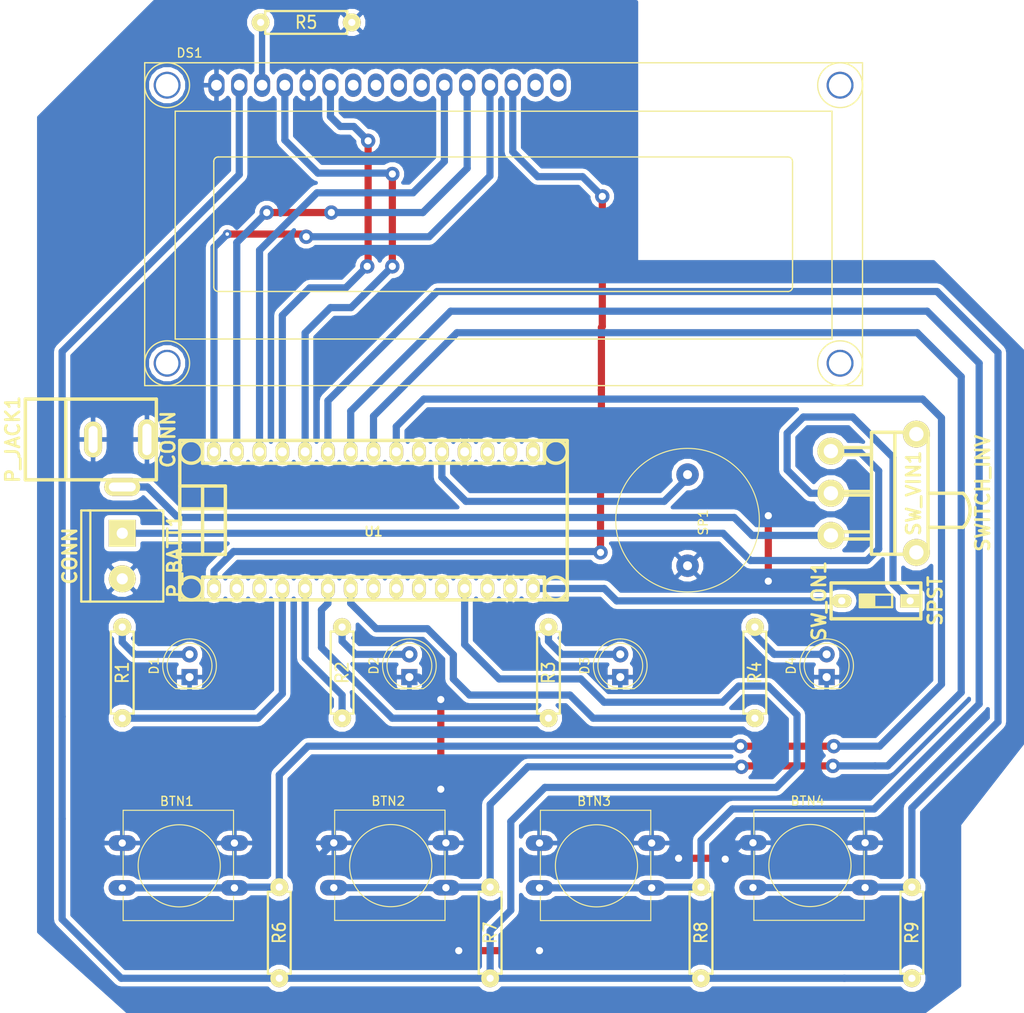
<source format=kicad_pcb>
(kicad_pcb (version 4) (host pcbnew 4.0.4-stable)

  (general
    (links 57)
    (no_connects 0)
    (area 106.8813 32 221.000001 145.000001)
    (thickness 1.6)
    (drawings 0)
    (tracks 235)
    (zones 0)
    (modules 24)
    (nets 44)
  )

  (page A4)
  (layers
    (0 F.Cu signal)
    (31 B.Cu signal)
    (32 B.Adhes user)
    (33 F.Adhes user)
    (34 B.Paste user)
    (35 F.Paste user)
    (36 B.SilkS user)
    (37 F.SilkS user)
    (38 B.Mask user)
    (39 F.Mask user)
    (40 Dwgs.User user)
    (41 Cmts.User user)
    (42 Eco1.User user)
    (43 Eco2.User user)
    (44 Edge.Cuts user)
    (45 Margin user)
    (46 B.CrtYd user)
    (47 F.CrtYd user)
    (48 B.Fab user)
    (49 F.Fab user)
  )

  (setup
    (last_trace_width 0.8)
    (user_trace_width 0.5)
    (user_trace_width 0.7)
    (user_trace_width 0.8)
    (user_trace_width 0.9)
    (user_trace_width 1)
    (trace_clearance 0.2)
    (zone_clearance 0.508)
    (zone_45_only no)
    (trace_min 0.2)
    (segment_width 0.2)
    (edge_width 0.15)
    (via_size 0.6)
    (via_drill 0.4)
    (via_min_size 0.4)
    (via_min_drill 0.3)
    (user_via 0.8 0.4)
    (user_via 1 0.4)
    (user_via 1 0.6)
    (user_via 1.2 0.6)
    (user_via 1.6 0.8)
    (uvia_size 0.3)
    (uvia_drill 0.1)
    (uvias_allowed no)
    (uvia_min_size 0.2)
    (uvia_min_drill 0.1)
    (pcb_text_width 0.3)
    (pcb_text_size 1.5 1.5)
    (mod_edge_width 0.15)
    (mod_text_size 1 1)
    (mod_text_width 0.15)
    (pad_size 1.524 1.524)
    (pad_drill 0.762)
    (pad_to_mask_clearance 0.2)
    (aux_axis_origin 0 0)
    (visible_elements 7FFFFFFF)
    (pcbplotparams
      (layerselection 0x00030_80000001)
      (usegerberextensions false)
      (excludeedgelayer true)
      (linewidth 0.100000)
      (plotframeref false)
      (viasonmask false)
      (mode 1)
      (useauxorigin false)
      (hpglpennumber 1)
      (hpglpenspeed 20)
      (hpglpendiameter 15)
      (hpglpenoverlay 2)
      (psnegative false)
      (psa4output false)
      (plotreference true)
      (plotvalue true)
      (plotinvisibletext false)
      (padsonsilk false)
      (subtractmaskfromsilk false)
      (outputformat 1)
      (mirror false)
      (drillshape 0)
      (scaleselection 1)
      (outputdirectory ""))
  )

  (net 0 "")
  (net 1 GND)
  (net 2 VCC)
  (net 3 "Net-(DS1-Pad3)")
  (net 4 "Net-(DS1-Pad4)")
  (net 5 "Net-(DS1-Pad6)")
  (net 6 "Net-(DS1-Pad7)")
  (net 7 "Net-(DS1-Pad8)")
  (net 8 "Net-(DS1-Pad9)")
  (net 9 "Net-(DS1-Pad10)")
  (net 10 "Net-(DS1-Pad11)")
  (net 11 "Net-(DS1-Pad12)")
  (net 12 "Net-(DS1-Pad13)")
  (net 13 "Net-(DS1-Pad14)")
  (net 14 "Net-(DS1-Pad15)")
  (net 15 "Net-(DS1-Pad16)")
  (net 16 BTN1)
  (net 17 LED1)
  (net 18 BTN2)
  (net 19 LED2)
  (net 20 BTN3)
  (net 21 LED3)
  (net 22 BTN4)
  (net 23 LED4)
  (net 24 "Net-(P_BATT1-Pad1)")
  (net 25 "Net-(P_JACK1-Pad1)")
  (net 26 "Net-(SP1-Pad1)")
  (net 27 "Net-(SW_ON1-Pad1)")
  (net 28 Vin)
  (net 29 "Net-(U1-Pad2)")
  (net 30 "Net-(U1-Pad3)")
  (net 31 "Net-(U1-Pad8)")
  (net 32 "Net-(U1-Pad9)")
  (net 33 "Net-(U1-Pad10)")
  (net 34 "Net-(U1-Pad11)")
  (net 35 "Net-(U1-Pad16)")
  (net 36 "Net-(U1-Pad17)")
  (net 37 "Net-(U1-Pad18)")
  (net 38 "Net-(U1-Pad21)")
  (net 39 "Net-(D1-Pad2)")
  (net 40 "Net-(D2-Pad2)")
  (net 41 "Net-(D3-Pad2)")
  (net 42 "Net-(D4-Pad2)")
  (net 43 "Net-(U1-Pad13)")

  (net_class Default "Esta es la clase de red por defecto."
    (clearance 0.2)
    (trace_width 0.25)
    (via_dia 0.6)
    (via_drill 0.4)
    (uvia_dia 0.3)
    (uvia_drill 0.1)
    (add_net BTN1)
    (add_net BTN2)
    (add_net BTN3)
    (add_net BTN4)
    (add_net GND)
    (add_net LED1)
    (add_net LED2)
    (add_net LED3)
    (add_net LED4)
    (add_net "Net-(D1-Pad2)")
    (add_net "Net-(D2-Pad2)")
    (add_net "Net-(D3-Pad2)")
    (add_net "Net-(D4-Pad2)")
    (add_net "Net-(DS1-Pad10)")
    (add_net "Net-(DS1-Pad11)")
    (add_net "Net-(DS1-Pad12)")
    (add_net "Net-(DS1-Pad13)")
    (add_net "Net-(DS1-Pad14)")
    (add_net "Net-(DS1-Pad15)")
    (add_net "Net-(DS1-Pad16)")
    (add_net "Net-(DS1-Pad3)")
    (add_net "Net-(DS1-Pad4)")
    (add_net "Net-(DS1-Pad6)")
    (add_net "Net-(DS1-Pad7)")
    (add_net "Net-(DS1-Pad8)")
    (add_net "Net-(DS1-Pad9)")
    (add_net "Net-(P_BATT1-Pad1)")
    (add_net "Net-(P_JACK1-Pad1)")
    (add_net "Net-(SP1-Pad1)")
    (add_net "Net-(SW_ON1-Pad1)")
    (add_net "Net-(U1-Pad10)")
    (add_net "Net-(U1-Pad11)")
    (add_net "Net-(U1-Pad13)")
    (add_net "Net-(U1-Pad16)")
    (add_net "Net-(U1-Pad17)")
    (add_net "Net-(U1-Pad18)")
    (add_net "Net-(U1-Pad2)")
    (add_net "Net-(U1-Pad21)")
    (add_net "Net-(U1-Pad3)")
    (add_net "Net-(U1-Pad8)")
    (add_net "Net-(U1-Pad9)")
    (add_net VCC)
    (add_net Vin)
  )

  (module Display:WC1602A (layer F.Cu) (tedit 0) (tstamp 591E7E44)
    (at 131 41.5)
    (descr http://www.kamami.pl/dl/wc1602a0.pdf)
    (tags "LCD 16x2 Alphanumeric 16pin")
    (path /591E82C0)
    (fp_text reference DS1 (at -2.99974 -3.59918) (layer F.SilkS)
      (effects (font (size 1 1) (thickness 0.15)))
    )
    (fp_text value LCD-016N002L (at 31.99892 15.49908) (layer F.Fab)
      (effects (font (size 1 1) (thickness 0.15)))
    )
    (fp_line (start 0.20066 8.001) (end 63.70066 8.001) (layer F.SilkS) (width 0.15))
    (fp_line (start -0.29972 22.49932) (end -0.29972 8.49884) (layer F.SilkS) (width 0.15))
    (fp_line (start 63.70066 22.9997) (end 0.20066 22.9997) (layer F.SilkS) (width 0.15))
    (fp_line (start 64.20104 8.49884) (end 64.20104 22.49932) (layer F.SilkS) (width 0.15))
    (fp_arc (start 63.70066 8.49884) (end 63.70066 8.001) (angle 90) (layer F.SilkS) (width 0.15))
    (fp_arc (start 63.70066 22.49932) (end 64.20104 22.49932) (angle 90) (layer F.SilkS) (width 0.15))
    (fp_arc (start 0.20066 22.49932) (end 0.20066 22.9997) (angle 90) (layer F.SilkS) (width 0.15))
    (fp_arc (start 0.20066 8.49884) (end -0.29972 8.49884) (angle 90) (layer F.SilkS) (width 0.15))
    (fp_line (start -4.59994 2.90068) (end 68.60032 2.90068) (layer F.SilkS) (width 0.15))
    (fp_line (start 68.60032 2.90068) (end 68.60032 28.30068) (layer F.SilkS) (width 0.15))
    (fp_line (start 68.60032 28.30068) (end -4.59994 28.30068) (layer F.SilkS) (width 0.15))
    (fp_line (start -4.59994 28.30068) (end -4.59994 2.90068) (layer F.SilkS) (width 0.15))
    (fp_circle (center 69.49948 0) (end 71.99884 0) (layer F.SilkS) (width 0.15))
    (fp_circle (center 69.49948 31.0007) (end 71.99884 31.0007) (layer F.SilkS) (width 0.15))
    (fp_circle (center -5.4991 31.0007) (end -8.001 31.0007) (layer F.SilkS) (width 0.15))
    (fp_circle (center -5.4991 0) (end -2.99974 0) (layer F.SilkS) (width 0.15))
    (fp_line (start -8.001 -2.49936) (end 71.99884 -2.49936) (layer F.SilkS) (width 0.15))
    (fp_line (start 71.99884 -2.49936) (end 71.99884 33.50006) (layer F.SilkS) (width 0.15))
    (fp_line (start 71.99884 33.50006) (end -8.001 33.50006) (layer F.SilkS) (width 0.15))
    (fp_line (start -8.001 33.50006) (end -8.001 -2.49936) (layer F.SilkS) (width 0.15))
    (pad 1 thru_hole oval (at 0 0) (size 1.8 2.6) (drill 1.2) (layers *.Cu *.Mask)
      (net 1 GND))
    (pad 2 thru_hole oval (at 2.54 0) (size 1.8 2.6) (drill 1.2) (layers *.Cu *.Mask)
      (net 2 VCC))
    (pad 3 thru_hole oval (at 5.08 0) (size 1.8 2.6) (drill 1.2) (layers *.Cu *.Mask)
      (net 3 "Net-(DS1-Pad3)"))
    (pad 4 thru_hole oval (at 7.62 0) (size 1.8 2.6) (drill 1.2) (layers *.Cu *.Mask)
      (net 4 "Net-(DS1-Pad4)"))
    (pad 5 thru_hole oval (at 10.16 0) (size 1.8 2.6) (drill 1.2) (layers *.Cu *.Mask)
      (net 1 GND))
    (pad 6 thru_hole oval (at 12.7 0) (size 1.8 2.6) (drill 1.2) (layers *.Cu *.Mask)
      (net 5 "Net-(DS1-Pad6)"))
    (pad 7 thru_hole oval (at 15.24 0) (size 1.8 2.6) (drill 1.2) (layers *.Cu *.Mask)
      (net 6 "Net-(DS1-Pad7)"))
    (pad 8 thru_hole oval (at 17.78 0) (size 1.8 2.6) (drill 1.2) (layers *.Cu *.Mask)
      (net 7 "Net-(DS1-Pad8)"))
    (pad 9 thru_hole oval (at 20.32 0) (size 1.8 2.6) (drill 1.2) (layers *.Cu *.Mask)
      (net 8 "Net-(DS1-Pad9)"))
    (pad 10 thru_hole oval (at 22.86 0) (size 1.8 2.6) (drill 1.2) (layers *.Cu *.Mask)
      (net 9 "Net-(DS1-Pad10)"))
    (pad 11 thru_hole oval (at 25.4 0) (size 1.8 2.6) (drill 1.2) (layers *.Cu *.Mask)
      (net 10 "Net-(DS1-Pad11)"))
    (pad 12 thru_hole oval (at 27.94 0) (size 1.8 2.6) (drill 1.2) (layers *.Cu *.Mask)
      (net 11 "Net-(DS1-Pad12)"))
    (pad 13 thru_hole oval (at 30.48 0) (size 1.8 2.6) (drill 1.2) (layers *.Cu *.Mask)
      (net 12 "Net-(DS1-Pad13)"))
    (pad 14 thru_hole oval (at 33.02 0) (size 1.8 2.6) (drill 1.2) (layers *.Cu *.Mask)
      (net 13 "Net-(DS1-Pad14)"))
    (pad 15 thru_hole oval (at 35.56 0) (size 1.8 2.6) (drill 1.2) (layers *.Cu *.Mask)
      (net 14 "Net-(DS1-Pad15)"))
    (pad 16 thru_hole oval (at 38.1 0) (size 1.8 2.6) (drill 1.2) (layers *.Cu *.Mask)
      (net 15 "Net-(DS1-Pad16)"))
    (pad 0 thru_hole circle (at -5.4991 0) (size 3 3) (drill 2.5) (layers *.Cu *.Mask))
    (pad 0 thru_hole circle (at -5.4991 31.0007) (size 3 3) (drill 2.5) (layers *.Cu *.Mask))
    (pad 0 thru_hole circle (at 69.49948 31.0007) (size 3 3) (drill 2.5) (layers *.Cu *.Mask))
    (pad 0 thru_hole circle (at 69.49948 0) (size 3 3) (drill 2.5) (layers *.Cu *.Mask))
  )

  (module w_conn_misc:dc_socket (layer F.Cu) (tedit 0) (tstamp 591E7E5F)
    (at 117 81 270)
    (descr "Socket, DC power supply")
    (path /591EE16D)
    (fp_text reference P_JACK1 (at 0 8.6995 270) (layer F.SilkS)
      (effects (font (thickness 0.3048)))
    )
    (fp_text value CONN (at 0 -8.60044 270) (layer F.SilkS)
      (effects (font (thickness 0.3048)))
    )
    (fp_line (start -4.50088 2.79908) (end 4.50088 2.79908) (layer F.SilkS) (width 0.381))
    (fp_line (start -4.50088 7.29996) (end 4.50088 7.29996) (layer F.SilkS) (width 0.381))
    (fp_line (start 4.50088 7.29996) (end 4.50088 -7.29996) (layer F.SilkS) (width 0.381))
    (fp_line (start 4.50088 -7.29996) (end -4.50088 -7.29996) (layer F.SilkS) (width 0.381))
    (fp_line (start -4.50088 -7.29996) (end -4.50088 7.29996) (layer F.SilkS) (width 0.381))
    (pad 1 thru_hole oval (at 5.30098 -3.50012 270) (size 1.99898 4.0005) (drill oval 1.00076 2.99974) (layers *.Cu *.Mask F.SilkS)
      (net 25 "Net-(P_JACK1-Pad1)"))
    (pad 2 thru_hole oval (at 0 -0.24892 270) (size 4.0005 1.99898) (drill oval 2.99974 1.00076) (layers *.Cu *.Mask F.SilkS)
      (net 1 GND))
    (pad 3 thru_hole oval (at 0 -6.25094 270) (size 4.50088 1.99898) (drill oval 3.50012 1.00076) (layers *.Cu *.Mask F.SilkS)
      (net 1 GND))
    (model walter/conn_misc/dc_socket.wrl
      (at (xyz 0 0 0))
      (scale (xyz 1 1 1))
      (rotate (xyz 0 0 0))
    )
  )

  (module Buzzers_Beepers:BUZZER (layer F.Cu) (tedit 0) (tstamp 591E7E6B)
    (at 183.5 90 270)
    (path /591E82C1)
    (fp_text reference SP1 (at 0.24892 -1.75006 270) (layer F.SilkS)
      (effects (font (size 1 1) (thickness 0.15)))
    )
    (fp_text value SPEAKER (at 0 1.50114 270) (layer F.Fab)
      (effects (font (size 1 1) (thickness 0.15)))
    )
    (fp_circle (center 0 0) (end 8.001 0.24892) (layer F.SilkS) (width 0.12))
    (pad 2 thru_hole circle (at 5.08 0 270) (size 2.49936 2.49936) (drill 1.00076) (layers *.Cu *.Mask)
      (net 1 GND))
    (pad 1 thru_hole circle (at -5.08 0 270) (size 2.49936 2.49936) (drill 1.00076) (layers *.Cu *.Mask)
      (net 26 "Net-(SP1-Pad1)"))
  )

  (module w_switch:switch_mfp116dg-ra (layer F.Cu) (tedit 0) (tstamp 591E7E80)
    (at 209 87 90)
    (descr "Knitter MFP 116 DG-RA")
    (path /591DDC9B)
    (fp_text reference SW_VIN1 (at 0 -0.29972 90) (layer F.SilkS)
      (effects (font (thickness 0.3048)))
    )
    (fp_text value SWITCH_INV (at 0 7.39902 90) (layer F.SilkS)
      (effects (font (thickness 0.3048)))
    )
    (fp_line (start 0 5.19938) (end 0 1.30048) (layer F.SilkS) (width 0.37846))
    (fp_line (start -3.79984 5.19938) (end -3.79984 1.30048) (layer F.SilkS) (width 0.37846))
    (fp_arc (start -1.89992 3.29946) (end 0 5.19938) (angle 90) (layer F.SilkS) (width 0.37846))
    (fp_line (start -6.79958 -2.4003) (end 6.79958 -2.4003) (layer F.SilkS) (width 0.37846))
    (fp_line (start -0.20066 -5.00126) (end -0.20066 -9.4996) (layer F.SilkS) (width 0.37846))
    (fp_line (start -0.20066 -9.4996) (end 0.20066 -9.4996) (layer F.SilkS) (width 0.37846))
    (fp_line (start 0.20066 -9.4996) (end 0.20066 -5.00126) (layer F.SilkS) (width 0.37846))
    (fp_line (start -5.10032 -9.4996) (end -5.10032 -5.00126) (layer F.SilkS) (width 0.37846))
    (fp_line (start -5.10032 -9.4996) (end -4.30022 -9.4996) (layer F.SilkS) (width 0.37846))
    (fp_line (start -4.30022 -9.4996) (end -4.30022 -5.00126) (layer F.SilkS) (width 0.37846))
    (fp_line (start 5.10032 -5.00126) (end 5.10032 -9.4996) (layer F.SilkS) (width 0.37846))
    (fp_line (start 5.10032 -9.4996) (end 4.30022 -9.4996) (layer F.SilkS) (width 0.37846))
    (fp_line (start 4.30022 -9.4996) (end 4.30022 -5.00126) (layer F.SilkS) (width 0.37846))
    (fp_line (start 6.79958 1.30048) (end 6.79958 -5.00126) (layer F.SilkS) (width 0.37846))
    (fp_line (start -6.79958 -5.00126) (end -6.79958 1.30048) (layer F.SilkS) (width 0.37846))
    (fp_line (start -6.79958 1.30048) (end 6.79958 1.30048) (layer F.SilkS) (width 0.37846))
    (fp_line (start 6.79958 -5.00126) (end -6.79958 -5.00126) (layer F.SilkS) (width 0.37846))
    (pad 1 thru_hole circle (at -4.699 -9.525 90) (size 3 3) (drill 1.6) (layers *.Cu *.Mask F.SilkS)
      (net 25 "Net-(P_JACK1-Pad1)"))
    (pad 2 thru_hole circle (at 0 -9.52754 90) (size 3 3) (drill 1.6) (layers *.Cu *.Mask F.SilkS)
      (net 27 "Net-(SW_ON1-Pad1)"))
    (pad 3 thru_hole circle (at 4.699 -9.52754 90) (size 3 3) (drill 1.6) (layers *.Cu *.Mask F.SilkS)
      (net 24 "Net-(P_BATT1-Pad1)"))
    (pad "" thru_hole circle (at -6.59638 0 90) (size 3 3) (drill 1.6) (layers *.Cu *.Mask F.SilkS))
    (pad "" thru_hole circle (at 6.59638 0 90) (size 3 3) (drill 1.6) (layers *.Cu *.Mask F.SilkS))
    (model walter/switch/switch_mfp116dg-ra.wrl
      (at (xyz 0 0 0))
      (scale (xyz 1 1 1))
      (rotate (xyz 0 0 0))
    )
  )

  (module w_conn_misc:arduino_nano_header (layer F.Cu) (tedit 0) (tstamp 591E7EA2)
    (at 148.5 90)
    (descr "Arduino Nano Header")
    (tags Arduino)
    (path /591E82BF)
    (fp_text reference U1 (at 0 1.27) (layer F.SilkS)
      (effects (font (size 1.016 1.016) (thickness 0.2032)))
    )
    (fp_text value ArduinoNano (at 0 -1.27) (layer F.SilkS) hide
      (effects (font (size 1.016 0.889) (thickness 0.2032)))
    )
    (fp_line (start -16.51 -1.27) (end -21.59 -1.27) (layer F.SilkS) (width 0.381))
    (fp_line (start -16.51 1.27) (end -21.59 1.27) (layer F.SilkS) (width 0.381))
    (fp_line (start -19.05 -3.81) (end -19.05 3.81) (layer F.SilkS) (width 0.381))
    (fp_line (start -21.59 -3.81) (end -16.51 -3.81) (layer F.SilkS) (width 0.381))
    (fp_line (start -16.51 -3.81) (end -16.51 3.81) (layer F.SilkS) (width 0.381))
    (fp_line (start -16.51 3.81) (end -21.59 3.81) (layer F.SilkS) (width 0.381))
    (fp_line (start 21.59 -8.89) (end -21.59 -8.89) (layer F.SilkS) (width 0.381))
    (fp_line (start -21.59 8.89) (end 21.59 8.89) (layer F.SilkS) (width 0.381))
    (fp_line (start -21.59 8.89) (end -21.59 -8.89) (layer F.SilkS) (width 0.381))
    (fp_line (start 21.59 8.89) (end 21.59 -8.89) (layer F.SilkS) (width 0.381))
    (fp_circle (center -20.32 -7.62) (end -21.59 -7.62) (layer F.SilkS) (width 0.381))
    (fp_circle (center -20.32 7.62) (end -21.59 7.62) (layer F.SilkS) (width 0.381))
    (fp_circle (center 20.32 -7.62) (end 21.59 -7.62) (layer F.SilkS) (width 0.381))
    (fp_circle (center 20.32 7.62) (end 21.59 7.62) (layer F.SilkS) (width 0.381))
    (fp_line (start 19.05 -6.35) (end -19.05 -6.35) (layer F.SilkS) (width 0.381))
    (fp_line (start -19.05 6.35) (end 19.05 6.35) (layer F.SilkS) (width 0.381))
    (fp_line (start 19.05 8.89) (end 19.05 6.35) (layer F.SilkS) (width 0.381))
    (fp_line (start 19.05 -6.35) (end 19.05 -8.89) (layer F.SilkS) (width 0.381))
    (fp_line (start -19.05 -8.89) (end -19.05 -6.35) (layer F.SilkS) (width 0.381))
    (fp_line (start -19.05 8.89) (end -19.05 6.35) (layer F.SilkS) (width 0.381))
    (pad 1 thru_hole oval (at -17.78 7.62) (size 1.524 2.19964) (drill 1.00076) (layers *.Cu *.Mask F.SilkS)
      (net 13 "Net-(DS1-Pad14)"))
    (pad 2 thru_hole oval (at -15.24 7.62) (size 1.524 2.19964) (drill 1.00076) (layers *.Cu *.Mask F.SilkS)
      (net 29 "Net-(U1-Pad2)"))
    (pad 3 thru_hole oval (at -12.7 7.62) (size 1.524 2.19964) (drill 1.00076) (layers *.Cu *.Mask F.SilkS)
      (net 30 "Net-(U1-Pad3)"))
    (pad 4 thru_hole oval (at -10.16 7.62) (size 1.524 2.19964) (drill 1.00076) (layers *.Cu *.Mask F.SilkS)
      (net 17 LED1))
    (pad 5 thru_hole oval (at -7.62 7.62) (size 1.524 2.19964) (drill 1.00076) (layers *.Cu *.Mask F.SilkS)
      (net 19 LED2))
    (pad 6 thru_hole oval (at -5.08 7.62) (size 1.524 2.19964) (drill 1.00076) (layers *.Cu *.Mask F.SilkS)
      (net 21 LED3))
    (pad 7 thru_hole oval (at -2.54 7.62) (size 1.524 2.19964) (drill 1.00076) (layers *.Cu *.Mask F.SilkS)
      (net 23 LED4))
    (pad 8 thru_hole oval (at 0 7.62) (size 1.524 2.19964) (drill 1.00076) (layers *.Cu *.Mask F.SilkS)
      (net 31 "Net-(U1-Pad8)"))
    (pad 9 thru_hole oval (at 2.54 7.62) (size 1.524 2.19964) (drill 1.00076) (layers *.Cu *.Mask F.SilkS)
      (net 32 "Net-(U1-Pad9)"))
    (pad 10 thru_hole oval (at 5.08 7.62) (size 1.524 2.19964) (drill 1.00076) (layers *.Cu *.Mask F.SilkS)
      (net 33 "Net-(U1-Pad10)"))
    (pad 11 thru_hole oval (at 7.62 7.62) (size 1.524 2.19964) (drill 1.00076) (layers *.Cu *.Mask F.SilkS)
      (net 34 "Net-(U1-Pad11)"))
    (pad 12 thru_hole oval (at 10.16 7.62) (size 1.524 2.19964) (drill 1.00076) (layers *.Cu *.Mask F.SilkS)
      (net 2 VCC))
    (pad 13 thru_hole oval (at 12.7 7.62) (size 1.524 2.19964) (drill 1.00076) (layers *.Cu *.Mask F.SilkS)
      (net 43 "Net-(U1-Pad13)"))
    (pad 14 thru_hole oval (at 15.24 7.62) (size 1.524 2.19964) (drill 1.00076) (layers *.Cu *.Mask F.SilkS)
      (net 1 GND))
    (pad 15 thru_hole oval (at 17.78 7.62) (size 1.524 2.19964) (drill 1.00076) (layers *.Cu *.Mask F.SilkS)
      (net 28 Vin))
    (pad 16 thru_hole oval (at 17.78 -7.62) (size 1.524 2.19964) (drill 1.00076) (layers *.Cu *.Mask F.SilkS)
      (net 35 "Net-(U1-Pad16)"))
    (pad 17 thru_hole oval (at 15.24 -7.62) (size 1.524 2.19964) (drill 1.00076) (layers *.Cu *.Mask F.SilkS)
      (net 36 "Net-(U1-Pad17)"))
    (pad 18 thru_hole oval (at 12.7 -7.62) (size 1.524 2.19964) (drill 1.00076) (layers *.Cu *.Mask F.SilkS)
      (net 37 "Net-(U1-Pad18)"))
    (pad 19 thru_hole oval (at 10.16 -7.62) (size 1.524 2.19964) (drill 1.00076) (layers *.Cu *.Mask F.SilkS)
      (net 1 GND))
    (pad 20 thru_hole oval (at 7.62 -7.62) (size 1.524 2.1971) (drill 1.00076) (layers *.Cu *.Mask F.SilkS)
      (net 26 "Net-(SP1-Pad1)"))
    (pad 21 thru_hole oval (at 5.08 -7.62) (size 1.524 2.1971) (drill 1.00076) (layers *.Cu *.Mask F.SilkS)
      (net 38 "Net-(U1-Pad21)"))
    (pad 22 thru_hole oval (at 2.54 -7.62) (size 1.524 2.1971) (drill 1.00076) (layers *.Cu *.Mask F.SilkS)
      (net 16 BTN1))
    (pad 23 thru_hole oval (at 0 -7.62) (size 1.524 2.1971) (drill 1.00076) (layers *.Cu *.Mask F.SilkS)
      (net 18 BTN2))
    (pad 24 thru_hole oval (at -2.54 -7.62) (size 1.524 2.1971) (drill 0.99822) (layers *.Cu *.Mask F.SilkS)
      (net 20 BTN3))
    (pad 25 thru_hole oval (at -5.08 -7.62) (size 1.524 2.1971) (drill 0.99822) (layers *.Cu *.Mask F.SilkS)
      (net 22 BTN4))
    (pad 26 thru_hole oval (at -7.62 -7.62) (size 1.524 2.1971) (drill 0.99822) (layers *.Cu *.Mask F.SilkS)
      (net 4 "Net-(DS1-Pad4)"))
    (pad 27 thru_hole oval (at -10.16 -7.62) (size 1.524 2.1971) (drill 0.99822) (layers *.Cu *.Mask F.SilkS)
      (net 5 "Net-(DS1-Pad6)"))
    (pad 28 thru_hole oval (at -12.7 -7.62) (size 1.524 2.1971) (drill 0.99822) (layers *.Cu *.Mask F.SilkS)
      (net 10 "Net-(DS1-Pad11)"))
    (pad 29 thru_hole oval (at -15.24 -7.62) (size 1.524 2.1971) (drill 0.99822) (layers *.Cu *.Mask F.SilkS)
      (net 11 "Net-(DS1-Pad12)"))
    (pad 30 thru_hole oval (at -17.78 -7.62) (size 1.524 2.1971) (drill 0.99822) (layers *.Cu *.Mask F.SilkS)
      (net 12 "Net-(DS1-Pad13)"))
    (model walter/conn_misc/arduino_nano_header.wrl
      (at (xyz 0 0 0))
      (scale (xyz 1 1 1))
      (rotate (xyz 0 0 0))
    )
  )

  (module w_pth_resistors:RC05 (layer F.Cu) (tedit 0) (tstamp 591E81D4)
    (at 141 34.5)
    (descr "Resistor, RC05")
    (tags R)
    (path /591D7746)
    (autoplace_cost180 10)
    (fp_text reference R5 (at 0 0) (layer F.SilkS)
      (effects (font (size 1.397 1.27) (thickness 0.2032)))
    )
    (fp_text value 1k (at 0 2.032) (layer F.SilkS) hide
      (effects (font (size 1.397 1.27) (thickness 0.2032)))
    )
    (fp_line (start 4.572 1.27) (end -4.572 1.27) (layer F.SilkS) (width 0.254))
    (fp_line (start -4.572 1.27) (end -4.572 -1.27) (layer F.SilkS) (width 0.254))
    (fp_line (start -4.572 -1.27) (end 4.572 -1.27) (layer F.SilkS) (width 0.254))
    (fp_line (start 4.572 -1.27) (end 4.572 1.27) (layer F.SilkS) (width 0.254))
    (fp_line (start -5.08 0) (end -4.572 0) (layer F.SilkS) (width 0.3048))
    (fp_line (start 5.08 0) (end 4.572 0) (layer F.SilkS) (width 0.3048))
    (pad 1 thru_hole circle (at -5.08 0) (size 1.99898 1.99898) (drill 0.8001) (layers *.Cu *.Mask F.SilkS)
      (net 3 "Net-(DS1-Pad3)"))
    (pad 2 thru_hole circle (at 5.08 0) (size 1.99898 1.99898) (drill 0.8001) (layers *.Cu *.Mask F.SilkS)
      (net 1 GND))
    (model walter/pth_resistors/rc05.wrl
      (at (xyz 0 0 0))
      (scale (xyz 1 1 1))
      (rotate (xyz 0 0 0))
    )
  )

  (module Buttons_Switches_ThroughHole:SW_PUSH-12mm (layer F.Cu) (tedit 592546E6) (tstamp 59D1B908)
    (at 120.5 126)
    (descr "SW PUSH 12mm https://www.e-switch.com/system/asset/product_line/data_sheet/143/TL1100.pdf")
    (tags "tact sw push 12mm")
    (path /59D1E83E)
    (fp_text reference BTN1 (at 6.08 -4.66) (layer F.SilkS)
      (effects (font (size 1 1) (thickness 0.15)))
    )
    (fp_text value SW_PUSH (at 6.62 9.93) (layer F.Fab)
      (effects (font (size 1 1) (thickness 0.15)))
    )
    (fp_line (start 0.25 8.5) (end 12.25 8.5) (layer F.Fab) (width 0.1))
    (fp_line (start 0.25 -3.5) (end 12.25 -3.5) (layer F.Fab) (width 0.1))
    (fp_line (start 12.25 -3.5) (end 12.25 8.5) (layer F.Fab) (width 0.1))
    (fp_text user %R (at 6.35 2.54) (layer F.Fab)
      (effects (font (size 1 1) (thickness 0.15)))
    )
    (fp_line (start 0.1 -3.65) (end 12.4 -3.65) (layer F.SilkS) (width 0.12))
    (fp_line (start 12.4 0.93) (end 12.4 4.07) (layer F.SilkS) (width 0.12))
    (fp_line (start 12.4 8.65) (end 0.1 8.65) (layer F.SilkS) (width 0.12))
    (fp_line (start 0.1 -0.93) (end 0.1 -3.65) (layer F.SilkS) (width 0.12))
    (fp_line (start -1.77 -3.75) (end 14.25 -3.75) (layer F.CrtYd) (width 0.05))
    (fp_line (start -1.77 -3.75) (end -1.77 8.75) (layer F.CrtYd) (width 0.05))
    (fp_line (start 14.25 8.75) (end 14.25 -3.75) (layer F.CrtYd) (width 0.05))
    (fp_line (start 14.25 8.75) (end -1.77 8.75) (layer F.CrtYd) (width 0.05))
    (fp_circle (center 6.35 2.54) (end 10.16 5.08) (layer F.SilkS) (width 0.12))
    (fp_line (start 0.25 -3.5) (end 0.25 8.5) (layer F.Fab) (width 0.1))
    (fp_line (start 0.1 8.65) (end 0.1 5.93) (layer F.SilkS) (width 0.12))
    (fp_line (start 0.1 4.07) (end 0.1 0.93) (layer F.SilkS) (width 0.12))
    (fp_line (start 12.4 5.93) (end 12.4 8.65) (layer F.SilkS) (width 0.12))
    (fp_line (start 12.4 -3.65) (end 12.4 -0.93) (layer F.SilkS) (width 0.12))
    (pad 1 thru_hole oval (at 12.5 0) (size 3.048 1.7272) (drill 0.8128) (layers *.Cu *.Mask)
      (net 1 GND))
    (pad 2 thru_hole oval (at 12.5 5) (size 3.048 1.7272) (drill 0.8128) (layers *.Cu *.Mask)
      (net 16 BTN1))
    (pad 1 thru_hole oval (at 0 0) (size 3.048 1.7272) (drill 0.8128) (layers *.Cu *.Mask)
      (net 1 GND))
    (pad 2 thru_hole oval (at 0 5) (size 3.048 1.7272) (drill 0.8128) (layers *.Cu *.Mask)
      (net 16 BTN1))
    (model ${KISYS3DMOD}/Buttons_Switches_THT.3dshapes/SW_PUSH-12mm.wrl
      (at (xyz 0.248 -0.1 0))
      (scale (xyz 3.93701 3.93701 3.93701))
      (rotate (xyz 0 0 0))
    )
  )

  (module Buttons_Switches_ThroughHole:SW_PUSH-12mm (layer F.Cu) (tedit 592546E6) (tstamp 59D1B910)
    (at 144.07 125.98)
    (descr "SW PUSH 12mm https://www.e-switch.com/system/asset/product_line/data_sheet/143/TL1100.pdf")
    (tags "tact sw push 12mm")
    (path /59D1E8D5)
    (fp_text reference BTN2 (at 6.08 -4.66) (layer F.SilkS)
      (effects (font (size 1 1) (thickness 0.15)))
    )
    (fp_text value SW_PUSH (at 6.62 9.93) (layer F.Fab)
      (effects (font (size 1 1) (thickness 0.15)))
    )
    (fp_line (start 0.25 8.5) (end 12.25 8.5) (layer F.Fab) (width 0.1))
    (fp_line (start 0.25 -3.5) (end 12.25 -3.5) (layer F.Fab) (width 0.1))
    (fp_line (start 12.25 -3.5) (end 12.25 8.5) (layer F.Fab) (width 0.1))
    (fp_text user %R (at 6.35 2.54) (layer F.Fab)
      (effects (font (size 1 1) (thickness 0.15)))
    )
    (fp_line (start 0.1 -3.65) (end 12.4 -3.65) (layer F.SilkS) (width 0.12))
    (fp_line (start 12.4 0.93) (end 12.4 4.07) (layer F.SilkS) (width 0.12))
    (fp_line (start 12.4 8.65) (end 0.1 8.65) (layer F.SilkS) (width 0.12))
    (fp_line (start 0.1 -0.93) (end 0.1 -3.65) (layer F.SilkS) (width 0.12))
    (fp_line (start -1.77 -3.75) (end 14.25 -3.75) (layer F.CrtYd) (width 0.05))
    (fp_line (start -1.77 -3.75) (end -1.77 8.75) (layer F.CrtYd) (width 0.05))
    (fp_line (start 14.25 8.75) (end 14.25 -3.75) (layer F.CrtYd) (width 0.05))
    (fp_line (start 14.25 8.75) (end -1.77 8.75) (layer F.CrtYd) (width 0.05))
    (fp_circle (center 6.35 2.54) (end 10.16 5.08) (layer F.SilkS) (width 0.12))
    (fp_line (start 0.25 -3.5) (end 0.25 8.5) (layer F.Fab) (width 0.1))
    (fp_line (start 0.1 8.65) (end 0.1 5.93) (layer F.SilkS) (width 0.12))
    (fp_line (start 0.1 4.07) (end 0.1 0.93) (layer F.SilkS) (width 0.12))
    (fp_line (start 12.4 5.93) (end 12.4 8.65) (layer F.SilkS) (width 0.12))
    (fp_line (start 12.4 -3.65) (end 12.4 -0.93) (layer F.SilkS) (width 0.12))
    (pad 1 thru_hole oval (at 12.5 0) (size 3.048 1.7272) (drill 0.8128) (layers *.Cu *.Mask)
      (net 1 GND))
    (pad 2 thru_hole oval (at 12.5 5) (size 3.048 1.7272) (drill 0.8128) (layers *.Cu *.Mask)
      (net 18 BTN2))
    (pad 1 thru_hole oval (at 0 0) (size 3.048 1.7272) (drill 0.8128) (layers *.Cu *.Mask)
      (net 1 GND))
    (pad 2 thru_hole oval (at 0 5) (size 3.048 1.7272) (drill 0.8128) (layers *.Cu *.Mask)
      (net 18 BTN2))
    (model ${KISYS3DMOD}/Buttons_Switches_THT.3dshapes/SW_PUSH-12mm.wrl
      (at (xyz 0.248 -0.1 0))
      (scale (xyz 3.93701 3.93701 3.93701))
      (rotate (xyz 0 0 0))
    )
  )

  (module Buttons_Switches_ThroughHole:SW_PUSH-12mm (layer F.Cu) (tedit 592546E6) (tstamp 59D1B918)
    (at 167 126)
    (descr "SW PUSH 12mm https://www.e-switch.com/system/asset/product_line/data_sheet/143/TL1100.pdf")
    (tags "tact sw push 12mm")
    (path /59D1E944)
    (fp_text reference BTN3 (at 6.08 -4.66) (layer F.SilkS)
      (effects (font (size 1 1) (thickness 0.15)))
    )
    (fp_text value SW_PUSH (at 6.62 9.93) (layer F.Fab)
      (effects (font (size 1 1) (thickness 0.15)))
    )
    (fp_line (start 0.25 8.5) (end 12.25 8.5) (layer F.Fab) (width 0.1))
    (fp_line (start 0.25 -3.5) (end 12.25 -3.5) (layer F.Fab) (width 0.1))
    (fp_line (start 12.25 -3.5) (end 12.25 8.5) (layer F.Fab) (width 0.1))
    (fp_text user %R (at 6.35 2.54) (layer F.Fab)
      (effects (font (size 1 1) (thickness 0.15)))
    )
    (fp_line (start 0.1 -3.65) (end 12.4 -3.65) (layer F.SilkS) (width 0.12))
    (fp_line (start 12.4 0.93) (end 12.4 4.07) (layer F.SilkS) (width 0.12))
    (fp_line (start 12.4 8.65) (end 0.1 8.65) (layer F.SilkS) (width 0.12))
    (fp_line (start 0.1 -0.93) (end 0.1 -3.65) (layer F.SilkS) (width 0.12))
    (fp_line (start -1.77 -3.75) (end 14.25 -3.75) (layer F.CrtYd) (width 0.05))
    (fp_line (start -1.77 -3.75) (end -1.77 8.75) (layer F.CrtYd) (width 0.05))
    (fp_line (start 14.25 8.75) (end 14.25 -3.75) (layer F.CrtYd) (width 0.05))
    (fp_line (start 14.25 8.75) (end -1.77 8.75) (layer F.CrtYd) (width 0.05))
    (fp_circle (center 6.35 2.54) (end 10.16 5.08) (layer F.SilkS) (width 0.12))
    (fp_line (start 0.25 -3.5) (end 0.25 8.5) (layer F.Fab) (width 0.1))
    (fp_line (start 0.1 8.65) (end 0.1 5.93) (layer F.SilkS) (width 0.12))
    (fp_line (start 0.1 4.07) (end 0.1 0.93) (layer F.SilkS) (width 0.12))
    (fp_line (start 12.4 5.93) (end 12.4 8.65) (layer F.SilkS) (width 0.12))
    (fp_line (start 12.4 -3.65) (end 12.4 -0.93) (layer F.SilkS) (width 0.12))
    (pad 1 thru_hole oval (at 12.5 0) (size 3.048 1.7272) (drill 0.8128) (layers *.Cu *.Mask)
      (net 1 GND))
    (pad 2 thru_hole oval (at 12.5 5) (size 3.048 1.7272) (drill 0.8128) (layers *.Cu *.Mask)
      (net 20 BTN3))
    (pad 1 thru_hole oval (at 0 0) (size 3.048 1.7272) (drill 0.8128) (layers *.Cu *.Mask)
      (net 1 GND))
    (pad 2 thru_hole oval (at 0 5) (size 3.048 1.7272) (drill 0.8128) (layers *.Cu *.Mask)
      (net 20 BTN3))
    (model ${KISYS3DMOD}/Buttons_Switches_THT.3dshapes/SW_PUSH-12mm.wrl
      (at (xyz 0.248 -0.1 0))
      (scale (xyz 3.93701 3.93701 3.93701))
      (rotate (xyz 0 0 0))
    )
  )

  (module Buttons_Switches_ThroughHole:SW_PUSH-12mm (layer F.Cu) (tedit 592546E6) (tstamp 59D1B920)
    (at 190.79 125.97)
    (descr "SW PUSH 12mm https://www.e-switch.com/system/asset/product_line/data_sheet/143/TL1100.pdf")
    (tags "tact sw push 12mm")
    (path /59D1E9A8)
    (fp_text reference BTN4 (at 6.08 -4.66) (layer F.SilkS)
      (effects (font (size 1 1) (thickness 0.15)))
    )
    (fp_text value SW_PUSH (at 6.62 9.93) (layer F.Fab)
      (effects (font (size 1 1) (thickness 0.15)))
    )
    (fp_line (start 0.25 8.5) (end 12.25 8.5) (layer F.Fab) (width 0.1))
    (fp_line (start 0.25 -3.5) (end 12.25 -3.5) (layer F.Fab) (width 0.1))
    (fp_line (start 12.25 -3.5) (end 12.25 8.5) (layer F.Fab) (width 0.1))
    (fp_text user %R (at 6.35 2.54) (layer F.Fab)
      (effects (font (size 1 1) (thickness 0.15)))
    )
    (fp_line (start 0.1 -3.65) (end 12.4 -3.65) (layer F.SilkS) (width 0.12))
    (fp_line (start 12.4 0.93) (end 12.4 4.07) (layer F.SilkS) (width 0.12))
    (fp_line (start 12.4 8.65) (end 0.1 8.65) (layer F.SilkS) (width 0.12))
    (fp_line (start 0.1 -0.93) (end 0.1 -3.65) (layer F.SilkS) (width 0.12))
    (fp_line (start -1.77 -3.75) (end 14.25 -3.75) (layer F.CrtYd) (width 0.05))
    (fp_line (start -1.77 -3.75) (end -1.77 8.75) (layer F.CrtYd) (width 0.05))
    (fp_line (start 14.25 8.75) (end 14.25 -3.75) (layer F.CrtYd) (width 0.05))
    (fp_line (start 14.25 8.75) (end -1.77 8.75) (layer F.CrtYd) (width 0.05))
    (fp_circle (center 6.35 2.54) (end 10.16 5.08) (layer F.SilkS) (width 0.12))
    (fp_line (start 0.25 -3.5) (end 0.25 8.5) (layer F.Fab) (width 0.1))
    (fp_line (start 0.1 8.65) (end 0.1 5.93) (layer F.SilkS) (width 0.12))
    (fp_line (start 0.1 4.07) (end 0.1 0.93) (layer F.SilkS) (width 0.12))
    (fp_line (start 12.4 5.93) (end 12.4 8.65) (layer F.SilkS) (width 0.12))
    (fp_line (start 12.4 -3.65) (end 12.4 -0.93) (layer F.SilkS) (width 0.12))
    (pad 1 thru_hole oval (at 12.5 0) (size 3.048 1.7272) (drill 0.8128) (layers *.Cu *.Mask)
      (net 1 GND))
    (pad 2 thru_hole oval (at 12.5 5) (size 3.048 1.7272) (drill 0.8128) (layers *.Cu *.Mask)
      (net 22 BTN4))
    (pad 1 thru_hole oval (at 0 0) (size 3.048 1.7272) (drill 0.8128) (layers *.Cu *.Mask)
      (net 1 GND))
    (pad 2 thru_hole oval (at 0 5) (size 3.048 1.7272) (drill 0.8128) (layers *.Cu *.Mask)
      (net 22 BTN4))
    (model ${KISYS3DMOD}/Buttons_Switches_THT.3dshapes/SW_PUSH-12mm.wrl
      (at (xyz 0.248 -0.1 0))
      (scale (xyz 3.93701 3.93701 3.93701))
      (rotate (xyz 0 0 0))
    )
  )

  (module LEDs:LED_D5.0mm (layer F.Cu) (tedit 5995936A) (tstamp 59D1B926)
    (at 128 107.5 90)
    (descr "LED, diameter 5.0mm, 2 pins, http://cdn-reichelt.de/documents/datenblatt/A500/LL-504BC2E-009.pdf")
    (tags "LED diameter 5.0mm 2 pins")
    (path /59D1D0D8)
    (fp_text reference D1 (at 1.27 -3.96 90) (layer F.SilkS)
      (effects (font (size 1 1) (thickness 0.15)))
    )
    (fp_text value LED (at 1.27 3.96 90) (layer F.Fab)
      (effects (font (size 1 1) (thickness 0.15)))
    )
    (fp_arc (start 1.27 0) (end -1.23 -1.469694) (angle 299.1) (layer F.Fab) (width 0.1))
    (fp_arc (start 1.27 0) (end -1.29 -1.54483) (angle 148.9) (layer F.SilkS) (width 0.12))
    (fp_arc (start 1.27 0) (end -1.29 1.54483) (angle -148.9) (layer F.SilkS) (width 0.12))
    (fp_circle (center 1.27 0) (end 3.77 0) (layer F.Fab) (width 0.1))
    (fp_circle (center 1.27 0) (end 3.77 0) (layer F.SilkS) (width 0.12))
    (fp_line (start -1.23 -1.469694) (end -1.23 1.469694) (layer F.Fab) (width 0.1))
    (fp_line (start -1.29 -1.545) (end -1.29 1.545) (layer F.SilkS) (width 0.12))
    (fp_line (start -1.95 -3.25) (end -1.95 3.25) (layer F.CrtYd) (width 0.05))
    (fp_line (start -1.95 3.25) (end 4.5 3.25) (layer F.CrtYd) (width 0.05))
    (fp_line (start 4.5 3.25) (end 4.5 -3.25) (layer F.CrtYd) (width 0.05))
    (fp_line (start 4.5 -3.25) (end -1.95 -3.25) (layer F.CrtYd) (width 0.05))
    (fp_text user %R (at 1.25 0 90) (layer F.Fab)
      (effects (font (size 0.8 0.8) (thickness 0.2)))
    )
    (pad 1 thru_hole rect (at 0 0 90) (size 1.8 1.8) (drill 0.9) (layers *.Cu *.Mask)
      (net 1 GND))
    (pad 2 thru_hole circle (at 2.54 0 90) (size 1.8 1.8) (drill 0.9) (layers *.Cu *.Mask)
      (net 39 "Net-(D1-Pad2)"))
    (model ${KISYS3DMOD}/LEDs.3dshapes/LED_D5.0mm.wrl
      (at (xyz 0 0 0))
      (scale (xyz 0.393701 0.393701 0.393701))
      (rotate (xyz 0 0 0))
    )
  )

  (module LEDs:LED_D5.0mm (layer F.Cu) (tedit 5995936A) (tstamp 59D1B92C)
    (at 152.5 107.5 90)
    (descr "LED, diameter 5.0mm, 2 pins, http://cdn-reichelt.de/documents/datenblatt/A500/LL-504BC2E-009.pdf")
    (tags "LED diameter 5.0mm 2 pins")
    (path /59D1D151)
    (fp_text reference D2 (at 1.27 -3.96 90) (layer F.SilkS)
      (effects (font (size 1 1) (thickness 0.15)))
    )
    (fp_text value LED (at 1.27 3.96 90) (layer F.Fab)
      (effects (font (size 1 1) (thickness 0.15)))
    )
    (fp_arc (start 1.27 0) (end -1.23 -1.469694) (angle 299.1) (layer F.Fab) (width 0.1))
    (fp_arc (start 1.27 0) (end -1.29 -1.54483) (angle 148.9) (layer F.SilkS) (width 0.12))
    (fp_arc (start 1.27 0) (end -1.29 1.54483) (angle -148.9) (layer F.SilkS) (width 0.12))
    (fp_circle (center 1.27 0) (end 3.77 0) (layer F.Fab) (width 0.1))
    (fp_circle (center 1.27 0) (end 3.77 0) (layer F.SilkS) (width 0.12))
    (fp_line (start -1.23 -1.469694) (end -1.23 1.469694) (layer F.Fab) (width 0.1))
    (fp_line (start -1.29 -1.545) (end -1.29 1.545) (layer F.SilkS) (width 0.12))
    (fp_line (start -1.95 -3.25) (end -1.95 3.25) (layer F.CrtYd) (width 0.05))
    (fp_line (start -1.95 3.25) (end 4.5 3.25) (layer F.CrtYd) (width 0.05))
    (fp_line (start 4.5 3.25) (end 4.5 -3.25) (layer F.CrtYd) (width 0.05))
    (fp_line (start 4.5 -3.25) (end -1.95 -3.25) (layer F.CrtYd) (width 0.05))
    (fp_text user %R (at 1.25 0 90) (layer F.Fab)
      (effects (font (size 0.8 0.8) (thickness 0.2)))
    )
    (pad 1 thru_hole rect (at 0 0 90) (size 1.8 1.8) (drill 0.9) (layers *.Cu *.Mask)
      (net 1 GND))
    (pad 2 thru_hole circle (at 2.54 0 90) (size 1.8 1.8) (drill 0.9) (layers *.Cu *.Mask)
      (net 40 "Net-(D2-Pad2)"))
    (model ${KISYS3DMOD}/LEDs.3dshapes/LED_D5.0mm.wrl
      (at (xyz 0 0 0))
      (scale (xyz 0.393701 0.393701 0.393701))
      (rotate (xyz 0 0 0))
    )
  )

  (module LEDs:LED_D5.0mm (layer F.Cu) (tedit 5995936A) (tstamp 59D1B932)
    (at 176 107.5 90)
    (descr "LED, diameter 5.0mm, 2 pins, http://cdn-reichelt.de/documents/datenblatt/A500/LL-504BC2E-009.pdf")
    (tags "LED diameter 5.0mm 2 pins")
    (path /59D1D2A3)
    (fp_text reference D3 (at 1.27 -3.96 90) (layer F.SilkS)
      (effects (font (size 1 1) (thickness 0.15)))
    )
    (fp_text value LED (at 1.27 3.96 90) (layer F.Fab)
      (effects (font (size 1 1) (thickness 0.15)))
    )
    (fp_arc (start 1.27 0) (end -1.23 -1.469694) (angle 299.1) (layer F.Fab) (width 0.1))
    (fp_arc (start 1.27 0) (end -1.29 -1.54483) (angle 148.9) (layer F.SilkS) (width 0.12))
    (fp_arc (start 1.27 0) (end -1.29 1.54483) (angle -148.9) (layer F.SilkS) (width 0.12))
    (fp_circle (center 1.27 0) (end 3.77 0) (layer F.Fab) (width 0.1))
    (fp_circle (center 1.27 0) (end 3.77 0) (layer F.SilkS) (width 0.12))
    (fp_line (start -1.23 -1.469694) (end -1.23 1.469694) (layer F.Fab) (width 0.1))
    (fp_line (start -1.29 -1.545) (end -1.29 1.545) (layer F.SilkS) (width 0.12))
    (fp_line (start -1.95 -3.25) (end -1.95 3.25) (layer F.CrtYd) (width 0.05))
    (fp_line (start -1.95 3.25) (end 4.5 3.25) (layer F.CrtYd) (width 0.05))
    (fp_line (start 4.5 3.25) (end 4.5 -3.25) (layer F.CrtYd) (width 0.05))
    (fp_line (start 4.5 -3.25) (end -1.95 -3.25) (layer F.CrtYd) (width 0.05))
    (fp_text user %R (at 1.25 0 90) (layer F.Fab)
      (effects (font (size 0.8 0.8) (thickness 0.2)))
    )
    (pad 1 thru_hole rect (at 0 0 90) (size 1.8 1.8) (drill 0.9) (layers *.Cu *.Mask)
      (net 1 GND))
    (pad 2 thru_hole circle (at 2.54 0 90) (size 1.8 1.8) (drill 0.9) (layers *.Cu *.Mask)
      (net 41 "Net-(D3-Pad2)"))
    (model ${KISYS3DMOD}/LEDs.3dshapes/LED_D5.0mm.wrl
      (at (xyz 0 0 0))
      (scale (xyz 0.393701 0.393701 0.393701))
      (rotate (xyz 0 0 0))
    )
  )

  (module LEDs:LED_D5.0mm (layer F.Cu) (tedit 5995936A) (tstamp 59D1B938)
    (at 199 107.5 90)
    (descr "LED, diameter 5.0mm, 2 pins, http://cdn-reichelt.de/documents/datenblatt/A500/LL-504BC2E-009.pdf")
    (tags "LED diameter 5.0mm 2 pins")
    (path /59D1D2F0)
    (fp_text reference D4 (at 1.27 -3.96 90) (layer F.SilkS)
      (effects (font (size 1 1) (thickness 0.15)))
    )
    (fp_text value LED (at 1.27 3.96 90) (layer F.Fab)
      (effects (font (size 1 1) (thickness 0.15)))
    )
    (fp_arc (start 1.27 0) (end -1.23 -1.469694) (angle 299.1) (layer F.Fab) (width 0.1))
    (fp_arc (start 1.27 0) (end -1.29 -1.54483) (angle 148.9) (layer F.SilkS) (width 0.12))
    (fp_arc (start 1.27 0) (end -1.29 1.54483) (angle -148.9) (layer F.SilkS) (width 0.12))
    (fp_circle (center 1.27 0) (end 3.77 0) (layer F.Fab) (width 0.1))
    (fp_circle (center 1.27 0) (end 3.77 0) (layer F.SilkS) (width 0.12))
    (fp_line (start -1.23 -1.469694) (end -1.23 1.469694) (layer F.Fab) (width 0.1))
    (fp_line (start -1.29 -1.545) (end -1.29 1.545) (layer F.SilkS) (width 0.12))
    (fp_line (start -1.95 -3.25) (end -1.95 3.25) (layer F.CrtYd) (width 0.05))
    (fp_line (start -1.95 3.25) (end 4.5 3.25) (layer F.CrtYd) (width 0.05))
    (fp_line (start 4.5 3.25) (end 4.5 -3.25) (layer F.CrtYd) (width 0.05))
    (fp_line (start 4.5 -3.25) (end -1.95 -3.25) (layer F.CrtYd) (width 0.05))
    (fp_text user %R (at 1.25 0 90) (layer F.Fab)
      (effects (font (size 0.8 0.8) (thickness 0.2)))
    )
    (pad 1 thru_hole rect (at 0 0 90) (size 1.8 1.8) (drill 0.9) (layers *.Cu *.Mask)
      (net 1 GND))
    (pad 2 thru_hole circle (at 2.54 0 90) (size 1.8 1.8) (drill 0.9) (layers *.Cu *.Mask)
      (net 42 "Net-(D4-Pad2)"))
    (model ${KISYS3DMOD}/LEDs.3dshapes/LED_D5.0mm.wrl
      (at (xyz 0 0 0))
      (scale (xyz 0.393701 0.393701 0.393701))
      (rotate (xyz 0 0 0))
    )
  )

  (module w_pth_resistors:RC05 (layer F.Cu) (tedit 0) (tstamp 59D1B93E)
    (at 120.5 107 90)
    (descr "Resistor, RC05")
    (tags R)
    (path /59D1BF54)
    (autoplace_cost180 10)
    (fp_text reference R1 (at 0 0 90) (layer F.SilkS)
      (effects (font (size 1.397 1.27) (thickness 0.2032)))
    )
    (fp_text value 220 (at 0 2.032 90) (layer F.SilkS) hide
      (effects (font (size 1.397 1.27) (thickness 0.2032)))
    )
    (fp_line (start 4.572 1.27) (end -4.572 1.27) (layer F.SilkS) (width 0.254))
    (fp_line (start -4.572 1.27) (end -4.572 -1.27) (layer F.SilkS) (width 0.254))
    (fp_line (start -4.572 -1.27) (end 4.572 -1.27) (layer F.SilkS) (width 0.254))
    (fp_line (start 4.572 -1.27) (end 4.572 1.27) (layer F.SilkS) (width 0.254))
    (fp_line (start -5.08 0) (end -4.572 0) (layer F.SilkS) (width 0.3048))
    (fp_line (start 5.08 0) (end 4.572 0) (layer F.SilkS) (width 0.3048))
    (pad 1 thru_hole circle (at -5.08 0 90) (size 1.99898 1.99898) (drill 0.8001) (layers *.Cu *.Mask F.SilkS)
      (net 17 LED1))
    (pad 2 thru_hole circle (at 5.08 0 90) (size 1.99898 1.99898) (drill 0.8001) (layers *.Cu *.Mask F.SilkS)
      (net 39 "Net-(D1-Pad2)"))
    (model walter/pth_resistors/rc05.wrl
      (at (xyz 0 0 0))
      (scale (xyz 1 1 1))
      (rotate (xyz 0 0 0))
    )
  )

  (module w_pth_resistors:RC05 (layer F.Cu) (tedit 0) (tstamp 59D1B944)
    (at 145 107 90)
    (descr "Resistor, RC05")
    (tags R)
    (path /59D1BFDF)
    (autoplace_cost180 10)
    (fp_text reference R2 (at 0 0 90) (layer F.SilkS)
      (effects (font (size 1.397 1.27) (thickness 0.2032)))
    )
    (fp_text value 220 (at 0 2.032 90) (layer F.SilkS) hide
      (effects (font (size 1.397 1.27) (thickness 0.2032)))
    )
    (fp_line (start 4.572 1.27) (end -4.572 1.27) (layer F.SilkS) (width 0.254))
    (fp_line (start -4.572 1.27) (end -4.572 -1.27) (layer F.SilkS) (width 0.254))
    (fp_line (start -4.572 -1.27) (end 4.572 -1.27) (layer F.SilkS) (width 0.254))
    (fp_line (start 4.572 -1.27) (end 4.572 1.27) (layer F.SilkS) (width 0.254))
    (fp_line (start -5.08 0) (end -4.572 0) (layer F.SilkS) (width 0.3048))
    (fp_line (start 5.08 0) (end 4.572 0) (layer F.SilkS) (width 0.3048))
    (pad 1 thru_hole circle (at -5.08 0 90) (size 1.99898 1.99898) (drill 0.8001) (layers *.Cu *.Mask F.SilkS)
      (net 19 LED2))
    (pad 2 thru_hole circle (at 5.08 0 90) (size 1.99898 1.99898) (drill 0.8001) (layers *.Cu *.Mask F.SilkS)
      (net 40 "Net-(D2-Pad2)"))
    (model walter/pth_resistors/rc05.wrl
      (at (xyz 0 0 0))
      (scale (xyz 1 1 1))
      (rotate (xyz 0 0 0))
    )
  )

  (module w_pth_resistors:RC05 (layer F.Cu) (tedit 0) (tstamp 59D1B94A)
    (at 168 107 90)
    (descr "Resistor, RC05")
    (tags R)
    (path /59D1C090)
    (autoplace_cost180 10)
    (fp_text reference R3 (at 0 0 90) (layer F.SilkS)
      (effects (font (size 1.397 1.27) (thickness 0.2032)))
    )
    (fp_text value 220 (at 0 2.032 90) (layer F.SilkS) hide
      (effects (font (size 1.397 1.27) (thickness 0.2032)))
    )
    (fp_line (start 4.572 1.27) (end -4.572 1.27) (layer F.SilkS) (width 0.254))
    (fp_line (start -4.572 1.27) (end -4.572 -1.27) (layer F.SilkS) (width 0.254))
    (fp_line (start -4.572 -1.27) (end 4.572 -1.27) (layer F.SilkS) (width 0.254))
    (fp_line (start 4.572 -1.27) (end 4.572 1.27) (layer F.SilkS) (width 0.254))
    (fp_line (start -5.08 0) (end -4.572 0) (layer F.SilkS) (width 0.3048))
    (fp_line (start 5.08 0) (end 4.572 0) (layer F.SilkS) (width 0.3048))
    (pad 1 thru_hole circle (at -5.08 0 90) (size 1.99898 1.99898) (drill 0.8001) (layers *.Cu *.Mask F.SilkS)
      (net 21 LED3))
    (pad 2 thru_hole circle (at 5.08 0 90) (size 1.99898 1.99898) (drill 0.8001) (layers *.Cu *.Mask F.SilkS)
      (net 41 "Net-(D3-Pad2)"))
    (model walter/pth_resistors/rc05.wrl
      (at (xyz 0 0 0))
      (scale (xyz 1 1 1))
      (rotate (xyz 0 0 0))
    )
  )

  (module w_pth_resistors:RC05 (layer F.Cu) (tedit 0) (tstamp 59D1B950)
    (at 191 107 90)
    (descr "Resistor, RC05")
    (tags R)
    (path /59D1C0CF)
    (autoplace_cost180 10)
    (fp_text reference R4 (at 0 0 90) (layer F.SilkS)
      (effects (font (size 1.397 1.27) (thickness 0.2032)))
    )
    (fp_text value 220 (at 0 2.032 90) (layer F.SilkS) hide
      (effects (font (size 1.397 1.27) (thickness 0.2032)))
    )
    (fp_line (start 4.572 1.27) (end -4.572 1.27) (layer F.SilkS) (width 0.254))
    (fp_line (start -4.572 1.27) (end -4.572 -1.27) (layer F.SilkS) (width 0.254))
    (fp_line (start -4.572 -1.27) (end 4.572 -1.27) (layer F.SilkS) (width 0.254))
    (fp_line (start 4.572 -1.27) (end 4.572 1.27) (layer F.SilkS) (width 0.254))
    (fp_line (start -5.08 0) (end -4.572 0) (layer F.SilkS) (width 0.3048))
    (fp_line (start 5.08 0) (end 4.572 0) (layer F.SilkS) (width 0.3048))
    (pad 1 thru_hole circle (at -5.08 0 90) (size 1.99898 1.99898) (drill 0.8001) (layers *.Cu *.Mask F.SilkS)
      (net 23 LED4))
    (pad 2 thru_hole circle (at 5.08 0 90) (size 1.99898 1.99898) (drill 0.8001) (layers *.Cu *.Mask F.SilkS)
      (net 42 "Net-(D4-Pad2)"))
    (model walter/pth_resistors/rc05.wrl
      (at (xyz 0 0 0))
      (scale (xyz 1 1 1))
      (rotate (xyz 0 0 0))
    )
  )

  (module w_pth_resistors:RC05 (layer F.Cu) (tedit 0) (tstamp 59D1B956)
    (at 138 136 90)
    (descr "Resistor, RC05")
    (tags R)
    (path /59D1EBFB)
    (autoplace_cost180 10)
    (fp_text reference R6 (at 0 0 90) (layer F.SilkS)
      (effects (font (size 1.397 1.27) (thickness 0.2032)))
    )
    (fp_text value 1K (at 0 2.032 90) (layer F.SilkS) hide
      (effects (font (size 1.397 1.27) (thickness 0.2032)))
    )
    (fp_line (start 4.572 1.27) (end -4.572 1.27) (layer F.SilkS) (width 0.254))
    (fp_line (start -4.572 1.27) (end -4.572 -1.27) (layer F.SilkS) (width 0.254))
    (fp_line (start -4.572 -1.27) (end 4.572 -1.27) (layer F.SilkS) (width 0.254))
    (fp_line (start 4.572 -1.27) (end 4.572 1.27) (layer F.SilkS) (width 0.254))
    (fp_line (start -5.08 0) (end -4.572 0) (layer F.SilkS) (width 0.3048))
    (fp_line (start 5.08 0) (end 4.572 0) (layer F.SilkS) (width 0.3048))
    (pad 1 thru_hole circle (at -5.08 0 90) (size 1.99898 1.99898) (drill 0.8001) (layers *.Cu *.Mask F.SilkS)
      (net 2 VCC))
    (pad 2 thru_hole circle (at 5.08 0 90) (size 1.99898 1.99898) (drill 0.8001) (layers *.Cu *.Mask F.SilkS)
      (net 16 BTN1))
    (model walter/pth_resistors/rc05.wrl
      (at (xyz 0 0 0))
      (scale (xyz 1 1 1))
      (rotate (xyz 0 0 0))
    )
  )

  (module w_pth_resistors:RC05 (layer F.Cu) (tedit 0) (tstamp 59D1B95C)
    (at 161.5 136 90)
    (descr "Resistor, RC05")
    (tags R)
    (path /59D1EC62)
    (autoplace_cost180 10)
    (fp_text reference R7 (at 0 0 90) (layer F.SilkS)
      (effects (font (size 1.397 1.27) (thickness 0.2032)))
    )
    (fp_text value 1K (at 0 2.032 90) (layer F.SilkS) hide
      (effects (font (size 1.397 1.27) (thickness 0.2032)))
    )
    (fp_line (start 4.572 1.27) (end -4.572 1.27) (layer F.SilkS) (width 0.254))
    (fp_line (start -4.572 1.27) (end -4.572 -1.27) (layer F.SilkS) (width 0.254))
    (fp_line (start -4.572 -1.27) (end 4.572 -1.27) (layer F.SilkS) (width 0.254))
    (fp_line (start 4.572 -1.27) (end 4.572 1.27) (layer F.SilkS) (width 0.254))
    (fp_line (start -5.08 0) (end -4.572 0) (layer F.SilkS) (width 0.3048))
    (fp_line (start 5.08 0) (end 4.572 0) (layer F.SilkS) (width 0.3048))
    (pad 1 thru_hole circle (at -5.08 0 90) (size 1.99898 1.99898) (drill 0.8001) (layers *.Cu *.Mask F.SilkS)
      (net 2 VCC))
    (pad 2 thru_hole circle (at 5.08 0 90) (size 1.99898 1.99898) (drill 0.8001) (layers *.Cu *.Mask F.SilkS)
      (net 18 BTN2))
    (model walter/pth_resistors/rc05.wrl
      (at (xyz 0 0 0))
      (scale (xyz 1 1 1))
      (rotate (xyz 0 0 0))
    )
  )

  (module w_pth_resistors:RC05 (layer F.Cu) (tedit 0) (tstamp 59D1B962)
    (at 185 136 90)
    (descr "Resistor, RC05")
    (tags R)
    (path /59D1ECC0)
    (autoplace_cost180 10)
    (fp_text reference R8 (at 0 0 90) (layer F.SilkS)
      (effects (font (size 1.397 1.27) (thickness 0.2032)))
    )
    (fp_text value 1K (at 0 2.032 90) (layer F.SilkS) hide
      (effects (font (size 1.397 1.27) (thickness 0.2032)))
    )
    (fp_line (start 4.572 1.27) (end -4.572 1.27) (layer F.SilkS) (width 0.254))
    (fp_line (start -4.572 1.27) (end -4.572 -1.27) (layer F.SilkS) (width 0.254))
    (fp_line (start -4.572 -1.27) (end 4.572 -1.27) (layer F.SilkS) (width 0.254))
    (fp_line (start 4.572 -1.27) (end 4.572 1.27) (layer F.SilkS) (width 0.254))
    (fp_line (start -5.08 0) (end -4.572 0) (layer F.SilkS) (width 0.3048))
    (fp_line (start 5.08 0) (end 4.572 0) (layer F.SilkS) (width 0.3048))
    (pad 1 thru_hole circle (at -5.08 0 90) (size 1.99898 1.99898) (drill 0.8001) (layers *.Cu *.Mask F.SilkS)
      (net 2 VCC))
    (pad 2 thru_hole circle (at 5.08 0 90) (size 1.99898 1.99898) (drill 0.8001) (layers *.Cu *.Mask F.SilkS)
      (net 20 BTN3))
    (model walter/pth_resistors/rc05.wrl
      (at (xyz 0 0 0))
      (scale (xyz 1 1 1))
      (rotate (xyz 0 0 0))
    )
  )

  (module w_pth_resistors:RC05 (layer F.Cu) (tedit 0) (tstamp 59D1B968)
    (at 208.5 136 90)
    (descr "Resistor, RC05")
    (tags R)
    (path /59D1ED7D)
    (autoplace_cost180 10)
    (fp_text reference R9 (at 0 0 90) (layer F.SilkS)
      (effects (font (size 1.397 1.27) (thickness 0.2032)))
    )
    (fp_text value 1K (at 0 2.032 90) (layer F.SilkS) hide
      (effects (font (size 1.397 1.27) (thickness 0.2032)))
    )
    (fp_line (start 4.572 1.27) (end -4.572 1.27) (layer F.SilkS) (width 0.254))
    (fp_line (start -4.572 1.27) (end -4.572 -1.27) (layer F.SilkS) (width 0.254))
    (fp_line (start -4.572 -1.27) (end 4.572 -1.27) (layer F.SilkS) (width 0.254))
    (fp_line (start 4.572 -1.27) (end 4.572 1.27) (layer F.SilkS) (width 0.254))
    (fp_line (start -5.08 0) (end -4.572 0) (layer F.SilkS) (width 0.3048))
    (fp_line (start 5.08 0) (end 4.572 0) (layer F.SilkS) (width 0.3048))
    (pad 1 thru_hole circle (at -5.08 0 90) (size 1.99898 1.99898) (drill 0.8001) (layers *.Cu *.Mask F.SilkS)
      (net 2 VCC))
    (pad 2 thru_hole circle (at 5.08 0 90) (size 1.99898 1.99898) (drill 0.8001) (layers *.Cu *.Mask F.SilkS)
      (net 22 BTN4))
    (model walter/pth_resistors/rc05.wrl
      (at (xyz 0 0 0))
      (scale (xyz 1 1 1))
      (rotate (xyz 0 0 0))
    )
  )

  (module w_conn_screw:mors_2p (layer F.Cu) (tedit 0) (tstamp 59D1BC8A)
    (at 120.5 94 270)
    (descr "Terminal block 2 pins")
    (tags DEV)
    (path /591DDC36)
    (fp_text reference P_BATT1 (at 0 -5.842 270) (layer F.SilkS)
      (effects (font (thickness 0.3048)))
    )
    (fp_text value CONN (at 0 5.842 270) (layer F.SilkS)
      (effects (font (thickness 0.3048)))
    )
    (fp_line (start 5.08 -3.81) (end 5.08 -4.572) (layer F.SilkS) (width 0.254))
    (fp_line (start 5.08 -4.572) (end -5.08 -4.572) (layer F.SilkS) (width 0.254))
    (fp_line (start -5.08 -4.572) (end -5.08 -3.81) (layer F.SilkS) (width 0.254))
    (fp_line (start 5.08 4.572) (end -5.08 4.572) (layer F.SilkS) (width 0.254))
    (fp_line (start -5.08 4.572) (end -5.08 3.556) (layer F.SilkS) (width 0.254))
    (fp_line (start -5.08 3.556) (end 5.08 3.556) (layer F.SilkS) (width 0.254))
    (fp_line (start 5.08 3.556) (end 5.08 4.572) (layer F.SilkS) (width 0.254))
    (fp_line (start 5.08 3.81) (end 5.08 -3.81) (layer F.SilkS) (width 0.254))
    (fp_line (start -5.08 -3.81) (end -5.08 3.81) (layer F.SilkS) (width 0.254))
    (pad 1 thru_hole rect (at -2.54 0 270) (size 2.99974 2.99974) (drill 1.24968) (layers *.Cu *.Mask F.SilkS)
      (net 24 "Net-(P_BATT1-Pad1)"))
    (pad 2 thru_hole circle (at 2.54 0 270) (size 2.99974 2.99974) (drill 1.24968) (layers *.Cu *.Mask F.SilkS)
      (net 1 GND))
    (model walter/conn_screw/mors_2p.wrl
      (at (xyz 0 0 0))
      (scale (xyz 1 1 1))
      (rotate (xyz 0 0 0))
    )
  )

  (module w_switch:dip_1-300 (layer F.Cu) (tedit 0) (tstamp 59D1BC90)
    (at 204.5 99 90)
    (descr "Dip switch, DIL2 x 0,3\"")
    (tags DIP)
    (path /591DEE3D)
    (fp_text reference SW_ON1 (at 0 -6.35 90) (layer F.SilkS)
      (effects (font (size 1.4986 1.4986) (thickness 0.29972)))
    )
    (fp_text value SPST (at 0 6.604 90) (layer F.SilkS)
      (effects (font (size 1.524 1.4986) (thickness 0.29972)))
    )
    (fp_line (start -0.70104 -1.00076) (end 0.70104 -1.00076) (layer F.SilkS) (width 0.254))
    (fp_line (start -0.70104 -1.20142) (end 0.70104 -1.20142) (layer F.SilkS) (width 0.254))
    (fp_line (start -0.70104 -1.6002) (end 0.70104 -1.6002) (layer F.SilkS) (width 0.254))
    (fp_line (start -0.70104 -1.39954) (end 0.70104 -1.39954) (layer F.SilkS) (width 0.254))
    (fp_line (start -0.70104 -0.59944) (end 0.70104 -0.59944) (layer F.SilkS) (width 0.254))
    (fp_line (start -0.70104 -0.8001) (end 0.70104 -0.8001) (layer F.SilkS) (width 0.254))
    (fp_line (start -0.70104 -0.40132) (end 0.70104 -0.40132) (layer F.SilkS) (width 0.254))
    (fp_line (start -0.70104 -0.20066) (end 0.70104 -0.20066) (layer F.SilkS) (width 0.254))
    (fp_line (start -0.70104 -1.80086) (end -0.70104 1.80086) (layer F.SilkS) (width 0.254))
    (fp_line (start -0.70104 1.80086) (end 0.70104 1.80086) (layer F.SilkS) (width 0.254))
    (fp_line (start 0.70104 1.80086) (end 0.70104 -1.80086) (layer F.SilkS) (width 0.254))
    (fp_line (start 0.70104 -1.80086) (end -0.70104 -1.80086) (layer F.SilkS) (width 0.254))
    (fp_line (start -1.99898 -5.00126) (end 1.99898 -5.00126) (layer F.SilkS) (width 0.381))
    (fp_line (start 1.99898 -5.00126) (end 1.99898 5.00126) (layer F.SilkS) (width 0.381))
    (fp_line (start 1.99898 5.00126) (end -1.99898 5.00126) (layer F.SilkS) (width 0.381))
    (fp_line (start -1.99898 5.00126) (end -1.99898 -5.00126) (layer F.SilkS) (width 0.381))
    (pad 1 thru_hole rect (at 0 3.81 90) (size 1.4986 2.1971) (drill 0.8001) (layers *.Cu *.Mask F.SilkS)
      (net 27 "Net-(SW_ON1-Pad1)"))
    (pad 2 thru_hole oval (at 0 -3.81 90) (size 1.4986 2.1971) (drill 0.8001) (layers *.Cu *.Mask F.SilkS)
      (net 28 Vin))
    (model walter/switch/dip_1-300.wrl
      (at (xyz 0 0 0))
      (scale (xyz 1 1 1))
      (rotate (xyz 0 0 0))
    )
  )

  (segment (start 190.79 125.97) (end 189.53 125.97) (width 0.8) (layer B.Cu) (net 1) (status C00000))
  (segment (start 189.53 125.97) (end 187.7 127.8) (width 0.8) (layer B.Cu) (net 1) (tstamp 59D1D171) (status 400000))
  (via (at 187.7 127.8) (size 1.6) (drill 0.8) (layers F.Cu B.Cu) (net 1))
  (segment (start 187.7 127.8) (end 187.6 127.7) (width 0.8) (layer F.Cu) (net 1) (tstamp 59D1D177))
  (segment (start 187.6 127.7) (end 182.5 127.7) (width 0.8) (layer F.Cu) (net 1) (tstamp 59D1D178))
  (via (at 182.5 127.7) (size 1.6) (drill 0.8) (layers F.Cu B.Cu) (net 1))
  (segment (start 158.66 82.38) (end 158.66 80.04) (width 0.8) (layer B.Cu) (net 1) (status 400000))
  (via (at 192.5 96.8) (size 1.6) (drill 0.8) (layers F.Cu B.Cu) (net 1))
  (segment (start 192.5 89.5) (end 192.5 96.8) (width 0.8) (layer F.Cu) (net 1) (tstamp 59D1D142))
  (via (at 192.5 89.5) (size 1.6) (drill 0.8) (layers F.Cu B.Cu) (net 1))
  (segment (start 192.4 89.4) (end 192.5 89.5) (width 0.8) (layer B.Cu) (net 1) (tstamp 59D1D140))
  (segment (start 192.4 83.4) (end 192.4 89.4) (width 0.8) (layer B.Cu) (net 1) (tstamp 59D1D13B))
  (segment (start 187.7 78.7) (end 192.4 83.4) (width 0.8) (layer B.Cu) (net 1) (tstamp 59D1D139))
  (segment (start 160 78.7) (end 187.7 78.7) (width 0.8) (layer B.Cu) (net 1) (tstamp 59D1D133))
  (segment (start 158.66 80.04) (end 160 78.7) (width 0.8) (layer B.Cu) (net 1) (tstamp 59D1D131))
  (via (at 167 138) (size 1.6) (drill 0.8) (layers F.Cu B.Cu) (net 1))
  (segment (start 158 138) (end 167 138) (width 0.8) (layer F.Cu) (net 1) (tstamp 59D1D073))
  (via (at 158 138) (size 1.6) (drill 0.8) (layers F.Cu B.Cu) (net 1))
  (segment (start 142 138) (end 158 138) (width 0.8) (layer B.Cu) (net 1) (tstamp 59D1D069))
  (segment (start 141 137) (end 142 138) (width 0.8) (layer B.Cu) (net 1) (tstamp 59D1D067))
  (segment (start 141 129) (end 141 137) (width 0.8) (layer B.Cu) (net 1) (tstamp 59D1D065))
  (segment (start 144.02 125.98) (end 141 129) (width 0.8) (layer B.Cu) (net 1) (tstamp 59D1D063))
  (segment (start 144.07 125.98) (end 144.02 125.98) (width 0.8) (layer B.Cu) (net 1))
  (segment (start 152.5 107.5) (end 153.5 107.5) (width 0.8) (layer B.Cu) (net 1))
  (via (at 156 120) (size 1.6) (drill 0.8) (layers F.Cu B.Cu) (net 1))
  (segment (start 156 110) (end 156 120) (width 0.8) (layer F.Cu) (net 1) (tstamp 59D1D03C))
  (via (at 156 110) (size 1.6) (drill 0.8) (layers F.Cu B.Cu) (net 1))
  (segment (start 153.5 107.5) (end 156 110) (width 0.8) (layer B.Cu) (net 1) (tstamp 59D1D035))
  (segment (start 133.54 41.5) (end 133.54 51.46) (width 0.8) (layer B.Cu) (net 2))
  (segment (start 120.38 141.08) (end 138 141.08) (width 0.8) (layer B.Cu) (net 2) (tstamp 59D1CE2E))
  (segment (start 113.8 134.5) (end 120.38 141.08) (width 0.8) (layer B.Cu) (net 2) (tstamp 59D1CE29))
  (segment (start 113.8 123.3) (end 113.8 134.5) (width 0.8) (layer B.Cu) (net 2) (tstamp 59D1CE1C))
  (segment (start 113.8 111.9) (end 113.8 123.3) (width 0.8) (layer B.Cu) (net 2) (tstamp 59D1CE17))
  (segment (start 113.8 71.2) (end 113.8 111.9) (width 0.8) (layer B.Cu) (net 2) (tstamp 59D1CE11))
  (segment (start 133.54 51.46) (end 113.8 71.2) (width 0.8) (layer B.Cu) (net 2) (tstamp 59D1CE0E))
  (segment (start 158.66 97.62) (end 158.66 103.86) (width 0.8) (layer B.Cu) (net 2))
  (segment (start 161.5 135.8) (end 161.5 141.08) (width 0.8) (layer B.Cu) (net 2) (tstamp 59D1CA24))
  (segment (start 163.8 133.5) (end 161.5 135.8) (width 0.8) (layer B.Cu) (net 2) (tstamp 59D1CA23))
  (segment (start 163.8 123.6) (end 163.8 133.5) (width 0.8) (layer B.Cu) (net 2) (tstamp 59D1CA20))
  (segment (start 167.6 119.8) (end 163.8 123.6) (width 0.8) (layer B.Cu) (net 2) (tstamp 59D1CA1C))
  (segment (start 193.4 119.8) (end 167.6 119.8) (width 0.8) (layer B.Cu) (net 2) (tstamp 59D1CA16))
  (segment (start 195.7 117.5) (end 193.4 119.8) (width 0.8) (layer B.Cu) (net 2) (tstamp 59D1CA11))
  (segment (start 195.7 111.7) (end 195.7 117.5) (width 0.8) (layer B.Cu) (net 2) (tstamp 59D1CA0F))
  (segment (start 192.5 108.5) (end 195.7 111.7) (width 0.8) (layer B.Cu) (net 2) (tstamp 59D1CA0B))
  (segment (start 189.2 108.5) (end 192.5 108.5) (width 0.8) (layer B.Cu) (net 2) (tstamp 59D1CA0A))
  (segment (start 187.4 110.3) (end 189.2 108.5) (width 0.8) (layer B.Cu) (net 2) (tstamp 59D1CA08))
  (segment (start 174.2 110.3) (end 187.4 110.3) (width 0.8) (layer B.Cu) (net 2) (tstamp 59D1CA05))
  (segment (start 171.6 107.7) (end 174.2 110.3) (width 0.8) (layer B.Cu) (net 2) (tstamp 59D1CA03))
  (segment (start 162.5 107.7) (end 171.6 107.7) (width 0.8) (layer B.Cu) (net 2) (tstamp 59D1CA01))
  (segment (start 158.66 103.86) (end 162.5 107.7) (width 0.8) (layer B.Cu) (net 2) (tstamp 59D1C9FB))
  (segment (start 161.5 141.08) (end 138 141.08) (width 0.8) (layer B.Cu) (net 2))
  (segment (start 185 141.08) (end 161.5 141.08) (width 0.8) (layer B.Cu) (net 2))
  (segment (start 185 141.08) (end 200.98 141.08) (width 0.8) (layer B.Cu) (net 2))
  (segment (start 200.98 141.08) (end 208.5 141.08) (width 0.8) (layer B.Cu) (net 2) (tstamp 59D1C97C))
  (segment (start 136.08 41.5) (end 136.08 34.66) (width 0.7) (layer B.Cu) (net 3))
  (segment (start 136.08 34.66) (end 135.92 34.5) (width 0.7) (layer B.Cu) (net 3) (tstamp 59D1C35D))
  (segment (start 140.88 82.38) (end 140.88 69.12) (width 0.8) (layer B.Cu) (net 4))
  (segment (start 138.62 47.62) (end 138.62 41.5) (width 0.8) (layer B.Cu) (net 4) (tstamp 59D1CAE6))
  (segment (start 142.3 51.3) (end 138.62 47.62) (width 0.8) (layer B.Cu) (net 4) (tstamp 59D1CAE2))
  (segment (start 150.5 51.3) (end 142.3 51.3) (width 0.8) (layer B.Cu) (net 4) (tstamp 59D1CADE))
  (segment (start 150.6 51.4) (end 150.5 51.3) (width 0.8) (layer B.Cu) (net 4) (tstamp 59D1CADD))
  (via (at 150.6 51.4) (size 1.6) (drill 0.8) (layers F.Cu B.Cu) (net 4))
  (segment (start 150.6 51.3) (end 150.6 51.4) (width 0.8) (layer F.Cu) (net 4) (tstamp 59D1CACD))
  (segment (start 150.6 61.7) (end 150.6 51.3) (width 0.8) (layer F.Cu) (net 4) (tstamp 59D1CACC))
  (via (at 150.6 61.7) (size 1.6) (drill 0.8) (layers F.Cu B.Cu) (net 4))
  (segment (start 146 66.3) (end 150.6 61.7) (width 0.8) (layer B.Cu) (net 4) (tstamp 59D1CABC))
  (segment (start 143.7 66.3) (end 146 66.3) (width 0.8) (layer B.Cu) (net 4) (tstamp 59D1CAB9))
  (segment (start 140.88 69.12) (end 143.7 66.3) (width 0.8) (layer B.Cu) (net 4) (tstamp 59D1CAB6))
  (segment (start 138.34 82.38) (end 138.34 67.16) (width 0.8) (layer B.Cu) (net 5))
  (segment (start 143.7 45) (end 143.7 41.5) (width 0.8) (layer B.Cu) (net 5) (tstamp 59D1CA9B))
  (segment (start 144.8 46.1) (end 143.7 45) (width 0.8) (layer B.Cu) (net 5) (tstamp 59D1CA98))
  (segment (start 146.3 46.1) (end 144.8 46.1) (width 0.8) (layer B.Cu) (net 5) (tstamp 59D1CA97))
  (segment (start 147.9 47.7) (end 146.3 46.1) (width 0.8) (layer B.Cu) (net 5) (tstamp 59D1CA96))
  (via (at 147.9 47.7) (size 1.6) (drill 0.8) (layers F.Cu B.Cu) (net 5))
  (segment (start 147.9 61.6) (end 147.9 47.7) (width 0.8) (layer F.Cu) (net 5) (tstamp 59D1CA92))
  (segment (start 147.8 61.7) (end 147.9 61.6) (width 0.8) (layer F.Cu) (net 5) (tstamp 59D1CA91))
  (via (at 147.8 61.7) (size 1.6) (drill 0.8) (layers F.Cu B.Cu) (net 5))
  (segment (start 145.4 64.1) (end 147.8 61.7) (width 0.8) (layer B.Cu) (net 5) (tstamp 59D1CA8B))
  (segment (start 141.4 64.1) (end 145.4 64.1) (width 0.8) (layer B.Cu) (net 5) (tstamp 59D1CA84))
  (segment (start 138.34 67.16) (end 141.4 64.1) (width 0.8) (layer B.Cu) (net 5) (tstamp 59D1CA81))
  (segment (start 143.9 41.7) (end 143.7 41.5) (width 0.8) (layer B.Cu) (net 5) (tstamp 59D1CA5E))
  (segment (start 156.4 41.5) (end 156.4 50) (width 0.8) (layer B.Cu) (net 10))
  (segment (start 135.8 59.9) (end 135.8 82.38) (width 0.8) (layer B.Cu) (net 10) (tstamp 59D1C6C2))
  (segment (start 142.2 53.5) (end 135.8 59.9) (width 0.8) (layer B.Cu) (net 10) (tstamp 59D1C6BF))
  (segment (start 152.9 53.5) (end 142.2 53.5) (width 0.8) (layer B.Cu) (net 10) (tstamp 59D1C6BC))
  (segment (start 156.4 50) (end 152.9 53.5) (width 0.8) (layer B.Cu) (net 10) (tstamp 59D1C6B2))
  (segment (start 158.94 41.5) (end 158.94 50.76) (width 0.8) (layer B.Cu) (net 11))
  (segment (start 133.26 59.04) (end 133.26 82.38) (width 0.8) (layer B.Cu) (net 11) (tstamp 59D1C77C))
  (segment (start 136.6 55.7) (end 133.26 59.04) (width 0.8) (layer B.Cu) (net 11) (tstamp 59D1C77B))
  (via (at 136.6 55.7) (size 1.6) (drill 0.8) (layers F.Cu B.Cu) (net 11))
  (segment (start 143.8 55.7) (end 136.6 55.7) (width 0.8) (layer F.Cu) (net 11) (tstamp 59D1C778))
  (via (at 143.8 55.7) (size 1.6) (drill 0.8) (layers F.Cu B.Cu) (net 11))
  (segment (start 154 55.7) (end 143.8 55.7) (width 0.8) (layer B.Cu) (net 11) (tstamp 59D1C773))
  (segment (start 158.94 50.76) (end 154 55.7) (width 0.8) (layer B.Cu) (net 11) (tstamp 59D1C76E))
  (segment (start 161.48 41.5) (end 161.48 51.62) (width 0.8) (layer B.Cu) (net 12))
  (segment (start 130.72 59.58) (end 130.72 82.38) (width 0.8) (layer B.Cu) (net 12) (tstamp 59D1C7A4))
  (segment (start 132.2 58.1) (end 130.72 59.58) (width 0.8) (layer B.Cu) (net 12) (tstamp 59D1C7A3))
  (via (at 132.2 58.1) (size 1) (drill 0.4) (layers F.Cu B.Cu) (net 12))
  (segment (start 140.7 58.1) (end 132.2 58.1) (width 0.8) (layer F.Cu) (net 12) (tstamp 59D1C7A1))
  (segment (start 141 58.4) (end 140.7 58.1) (width 0.8) (layer F.Cu) (net 12) (tstamp 59D1C7A0))
  (via (at 141 58.4) (size 1.6) (drill 0.8) (layers F.Cu B.Cu) (net 12))
  (segment (start 154.7 58.4) (end 141 58.4) (width 0.8) (layer B.Cu) (net 12) (tstamp 59D1C79A))
  (segment (start 161.48 51.62) (end 154.7 58.4) (width 0.8) (layer B.Cu) (net 12) (tstamp 59D1C794))
  (segment (start 130.72 97.62) (end 130.72 95.68) (width 0.8) (layer B.Cu) (net 13))
  (segment (start 164.02 48.92) (end 164.02 41.5) (width 0.8) (layer B.Cu) (net 13) (tstamp 59D1CCCB))
  (segment (start 166.8 51.7) (end 164.02 48.92) (width 0.8) (layer B.Cu) (net 13) (tstamp 59D1CCC5))
  (segment (start 171.8 51.7) (end 166.8 51.7) (width 0.8) (layer B.Cu) (net 13) (tstamp 59D1CCBF))
  (segment (start 174 53.9) (end 171.8 51.7) (width 0.8) (layer B.Cu) (net 13) (tstamp 59D1CCBE))
  (via (at 174 53.9) (size 1.6) (drill 0.8) (layers F.Cu B.Cu) (net 13))
  (segment (start 174 68.4) (end 174 53.9) (width 0.8) (layer F.Cu) (net 13) (tstamp 59D1CCA4))
  (segment (start 173.9 68.5) (end 174 68.4) (width 0.8) (layer F.Cu) (net 13) (tstamp 59D1CCA1))
  (segment (start 173.9 75.5) (end 173.9 68.5) (width 0.8) (layer F.Cu) (net 13) (tstamp 59D1CC90))
  (segment (start 173.9 85.7) (end 173.9 75.5) (width 0.8) (layer F.Cu) (net 13) (tstamp 59D1CC89))
  (segment (start 173.8 85.8) (end 173.9 85.7) (width 0.8) (layer F.Cu) (net 13) (tstamp 59D1CC86))
  (segment (start 173.8 93.6) (end 173.8 85.8) (width 0.8) (layer F.Cu) (net 13) (tstamp 59D1CC85))
  (via (at 173.8 93.6) (size 1.6) (drill 0.8) (layers F.Cu B.Cu) (net 13))
  (segment (start 173.7 93.5) (end 173.8 93.6) (width 0.8) (layer B.Cu) (net 13) (tstamp 59D1CC82))
  (segment (start 132.9 93.5) (end 173.7 93.5) (width 0.8) (layer B.Cu) (net 13) (tstamp 59D1CC7A))
  (segment (start 130.72 95.68) (end 132.9 93.5) (width 0.8) (layer B.Cu) (net 13) (tstamp 59D1CC78))
  (segment (start 151.04 82.38) (end 151.04 79.56) (width 0.8) (layer B.Cu) (net 16))
  (segment (start 138 118.4) (end 138 130.92) (width 0.8) (layer B.Cu) (net 16) (tstamp 59D1CD5A))
  (segment (start 141.2 115.2) (end 138 118.4) (width 0.8) (layer B.Cu) (net 16) (tstamp 59D1CD51))
  (segment (start 189.4 115.2) (end 141.2 115.2) (width 0.8) (layer B.Cu) (net 16) (tstamp 59D1CD50))
  (via (at 189.4 115.2) (size 1.6) (drill 0.8) (layers F.Cu B.Cu) (net 16))
  (segment (start 199.8 115.2) (end 189.4 115.2) (width 0.8) (layer F.Cu) (net 16) (tstamp 59D1CD4D))
  (via (at 199.8 115.2) (size 1.6) (drill 0.8) (layers F.Cu B.Cu) (net 16))
  (segment (start 204.9 115.2) (end 199.8 115.2) (width 0.8) (layer B.Cu) (net 16) (tstamp 59D1CD48))
  (segment (start 211.8 108.3) (end 204.9 115.2) (width 0.8) (layer B.Cu) (net 16) (tstamp 59D1CD44))
  (segment (start 211.8 78.6) (end 211.8 108.3) (width 0.8) (layer B.Cu) (net 16) (tstamp 59D1CD35))
  (segment (start 209.7 76.5) (end 211.8 78.6) (width 0.8) (layer B.Cu) (net 16) (tstamp 59D1CD33))
  (segment (start 154.1 76.5) (end 209.7 76.5) (width 0.8) (layer B.Cu) (net 16) (tstamp 59D1CD08))
  (segment (start 151.04 79.56) (end 154.1 76.5) (width 0.8) (layer B.Cu) (net 16) (tstamp 59D1CD05))
  (segment (start 120.5 131) (end 133 131) (width 0.8) (layer B.Cu) (net 16))
  (segment (start 138 130.92) (end 133.08 130.92) (width 0.8) (layer B.Cu) (net 16))
  (segment (start 133.08 130.92) (end 133 131) (width 0.8) (layer B.Cu) (net 16) (tstamp 59D1C644))
  (segment (start 120.5 112.08) (end 135.62 112.08) (width 0.8) (layer B.Cu) (net 17))
  (segment (start 138.34 109.36) (end 138.34 97.62) (width 0.8) (layer B.Cu) (net 17) (tstamp 59D1C555))
  (segment (start 135.62 112.08) (end 138.34 109.36) (width 0.8) (layer B.Cu) (net 17) (tstamp 59D1C551))
  (segment (start 161.5 130.92) (end 161.5 121.7) (width 0.8) (layer B.Cu) (net 18))
  (segment (start 148.5 78.4) (end 148.5 82.38) (width 0.8) (layer B.Cu) (net 18) (tstamp 59D1CDA9))
  (segment (start 157.8 69.1) (end 148.5 78.4) (width 0.8) (layer B.Cu) (net 18) (tstamp 59D1CDA4))
  (segment (start 209.1 69.1) (end 157.8 69.1) (width 0.8) (layer B.Cu) (net 18) (tstamp 59D1CD9F))
  (segment (start 214 74) (end 209.1 69.1) (width 0.8) (layer B.Cu) (net 18) (tstamp 59D1CD9A))
  (segment (start 214 109.2) (end 214 74) (width 0.8) (layer B.Cu) (net 18) (tstamp 59D1CD8E))
  (segment (start 205.8 117.4) (end 214 109.2) (width 0.8) (layer B.Cu) (net 18) (tstamp 59D1CD87))
  (segment (start 204.4 117.4) (end 205.8 117.4) (width 0.8) (layer B.Cu) (net 18) (tstamp 59D1CD85))
  (segment (start 199.7 117.4) (end 204.4 117.4) (width 0.8) (layer B.Cu) (net 18) (tstamp 59D1CD84))
  (via (at 199.7 117.4) (size 1.6) (drill 0.8) (layers F.Cu B.Cu) (net 18))
  (segment (start 189.6 117.4) (end 199.7 117.4) (width 0.8) (layer F.Cu) (net 18) (tstamp 59D1CD78))
  (segment (start 189.5 117.5) (end 189.6 117.4) (width 0.8) (layer F.Cu) (net 18) (tstamp 59D1CD77))
  (via (at 189.5 117.5) (size 1.6) (drill 0.8) (layers F.Cu B.Cu) (net 18))
  (segment (start 165.7 117.5) (end 189.5 117.5) (width 0.8) (layer B.Cu) (net 18) (tstamp 59D1CD70))
  (segment (start 161.5 121.7) (end 165.7 117.5) (width 0.8) (layer B.Cu) (net 18) (tstamp 59D1CD6D))
  (segment (start 144.07 130.98) (end 156.57 130.98) (width 0.8) (layer B.Cu) (net 18))
  (segment (start 161.5 130.92) (end 156.63 130.92) (width 0.8) (layer B.Cu) (net 18))
  (segment (start 156.63 130.92) (end 156.57 130.98) (width 0.8) (layer B.Cu) (net 18) (tstamp 59D1C64D))
  (segment (start 145 112.08) (end 145 109.5) (width 0.8) (layer B.Cu) (net 19))
  (segment (start 140.88 105.38) (end 140.88 97.62) (width 0.8) (layer B.Cu) (net 19) (tstamp 59D1C594))
  (segment (start 145 109.5) (end 140.88 105.38) (width 0.8) (layer B.Cu) (net 19) (tstamp 59D1C590))
  (segment (start 145.96 82.38) (end 145.96 77.84) (width 0.8) (layer B.Cu) (net 20))
  (segment (start 145.96 77.84) (end 157.1 66.7) (width 0.8) (layer B.Cu) (net 20) (tstamp 59D1CDAD))
  (segment (start 157.1 66.7) (end 210.2 66.7) (width 0.8) (layer B.Cu) (net 20) (tstamp 59D1CDB0))
  (segment (start 210.2 66.7) (end 216 72.5) (width 0.8) (layer B.Cu) (net 20) (tstamp 59D1CDB3))
  (segment (start 216 72.5) (end 216 110.5) (width 0.8) (layer B.Cu) (net 20) (tstamp 59D1CDB9))
  (segment (start 216 110.5) (end 204.3 122.2) (width 0.8) (layer B.Cu) (net 20) (tstamp 59D1CDC0))
  (segment (start 204.3 122.2) (end 188.5 122.2) (width 0.8) (layer B.Cu) (net 20) (tstamp 59D1CDC5))
  (segment (start 188.5 122.2) (end 185 125.7) (width 0.8) (layer B.Cu) (net 20) (tstamp 59D1CDCA))
  (segment (start 185 125.7) (end 185 130.92) (width 0.8) (layer B.Cu) (net 20) (tstamp 59D1CDCE))
  (segment (start 167 131) (end 179.5 131) (width 0.8) (layer B.Cu) (net 20))
  (segment (start 185 130.92) (end 179.58 130.92) (width 0.8) (layer B.Cu) (net 20))
  (segment (start 179.58 130.92) (end 179.5 131) (width 0.8) (layer B.Cu) (net 20) (tstamp 59D1C652))
  (segment (start 168 112.08) (end 150.58 112.08) (width 0.8) (layer B.Cu) (net 21))
  (segment (start 143.42 99.28) (end 143.42 97.62) (width 0.8) (layer B.Cu) (net 21) (tstamp 59D1C5AE))
  (segment (start 142.7 100) (end 143.42 99.28) (width 0.8) (layer B.Cu) (net 21) (tstamp 59D1C5AB))
  (segment (start 142.7 104.2) (end 142.7 100) (width 0.8) (layer B.Cu) (net 21) (tstamp 59D1C5A8))
  (segment (start 150.58 112.08) (end 142.7 104.2) (width 0.8) (layer B.Cu) (net 21) (tstamp 59D1C59B))
  (segment (start 143.42 82.38) (end 143.42 76.68) (width 0.8) (layer B.Cu) (net 22))
  (segment (start 208.5 122.1) (end 208.5 130.92) (width 0.8) (layer B.Cu) (net 22) (tstamp 59D1CDE6))
  (segment (start 218.1 112.5) (end 208.5 122.1) (width 0.8) (layer B.Cu) (net 22) (tstamp 59D1CDE4))
  (segment (start 218.1 71.3) (end 218.1 112.5) (width 0.8) (layer B.Cu) (net 22) (tstamp 59D1CDDD))
  (segment (start 211.3 64.5) (end 218.1 71.3) (width 0.8) (layer B.Cu) (net 22) (tstamp 59D1CDDB))
  (segment (start 155.6 64.5) (end 211.3 64.5) (width 0.8) (layer B.Cu) (net 22) (tstamp 59D1CDD8))
  (segment (start 143.42 76.68) (end 155.6 64.5) (width 0.8) (layer B.Cu) (net 22) (tstamp 59D1CDD4))
  (segment (start 190.79 130.97) (end 203.29 130.97) (width 0.8) (layer B.Cu) (net 22))
  (segment (start 208.5 130.92) (end 203.34 130.92) (width 0.8) (layer B.Cu) (net 22))
  (segment (start 203.34 130.92) (end 203.29 130.97) (width 0.8) (layer B.Cu) (net 22) (tstamp 59D1C656))
  (segment (start 191 112.08) (end 172.98 112.08) (width 0.8) (layer B.Cu) (net 23))
  (segment (start 145.96 99.26) (end 145.96 97.62) (width 0.8) (layer B.Cu) (net 23) (tstamp 59D1C93F))
  (segment (start 148.8 102.1) (end 145.96 99.26) (width 0.8) (layer B.Cu) (net 23) (tstamp 59D1C93C))
  (segment (start 154.5 102.1) (end 148.8 102.1) (width 0.8) (layer B.Cu) (net 23) (tstamp 59D1C938))
  (segment (start 157.4 105) (end 154.5 102.1) (width 0.8) (layer B.Cu) (net 23) (tstamp 59D1C935))
  (segment (start 157.4 107.7) (end 157.4 105) (width 0.8) (layer B.Cu) (net 23) (tstamp 59D1C930))
  (segment (start 159.2 109.5) (end 157.4 107.7) (width 0.8) (layer B.Cu) (net 23) (tstamp 59D1C92E))
  (segment (start 170.4 109.5) (end 159.2 109.5) (width 0.8) (layer B.Cu) (net 23) (tstamp 59D1C92C))
  (segment (start 172.98 112.08) (end 170.4 109.5) (width 0.8) (layer B.Cu) (net 23) (tstamp 59D1C92A))
  (segment (start 120.5 91.46) (end 187.46 91.46) (width 0.8) (layer B.Cu) (net 24))
  (segment (start 202.601 82.301) (end 199.47246 82.301) (width 0.8) (layer B.Cu) (net 24) (tstamp 59D1C400))
  (segment (start 204.8 84.5) (end 202.601 82.301) (width 0.8) (layer B.Cu) (net 24) (tstamp 59D1C3FC))
  (segment (start 204.8 93.2) (end 204.8 84.5) (width 0.8) (layer B.Cu) (net 24) (tstamp 59D1C3FB))
  (segment (start 203.5 94.5) (end 204.8 93.2) (width 0.8) (layer B.Cu) (net 24) (tstamp 59D1C3F8))
  (segment (start 190.5 94.5) (end 203.5 94.5) (width 0.8) (layer B.Cu) (net 24) (tstamp 59D1C3F6))
  (segment (start 187.46 91.46) (end 190.5 94.5) (width 0.8) (layer B.Cu) (net 24) (tstamp 59D1C3EE))
  (segment (start 120.50012 86.30098) (end 123.30098 86.30098) (width 0.8) (layer B.Cu) (net 25))
  (segment (start 190.699 91.699) (end 199.475 91.699) (width 0.8) (layer B.Cu) (net 25) (tstamp 59D1C417))
  (segment (start 188.7 89.7) (end 190.699 91.699) (width 0.8) (layer B.Cu) (net 25) (tstamp 59D1C415))
  (segment (start 126.7 89.7) (end 188.7 89.7) (width 0.8) (layer B.Cu) (net 25) (tstamp 59D1C40A))
  (segment (start 123.30098 86.30098) (end 126.7 89.7) (width 0.8) (layer B.Cu) (net 25) (tstamp 59D1C407))
  (segment (start 183.5 84.92) (end 183.5 85.3) (width 0.8) (layer B.Cu) (net 26))
  (segment (start 183.5 85.3) (end 180.9 87.9) (width 0.8) (layer B.Cu) (net 26) (tstamp 59D1C614))
  (segment (start 180.9 87.9) (end 158.8 87.9) (width 0.8) (layer B.Cu) (net 26) (tstamp 59D1C618))
  (segment (start 158.8 87.9) (end 156.12 85.22) (width 0.8) (layer B.Cu) (net 26) (tstamp 59D1C61F))
  (segment (start 156.12 85.22) (end 156.12 82.38) (width 0.8) (layer B.Cu) (net 26) (tstamp 59D1C621))
  (segment (start 199.47246 87) (end 197.2 87) (width 0.8) (layer B.Cu) (net 27))
  (segment (start 206.4 97.09) (end 208.31 99) (width 0.8) (layer B.Cu) (net 27) (tstamp 59D1C44D))
  (segment (start 206.4 83) (end 206.4 97.09) (width 0.8) (layer B.Cu) (net 27) (tstamp 59D1C44B))
  (segment (start 201.9 78.5) (end 206.4 83) (width 0.8) (layer B.Cu) (net 27) (tstamp 59D1C445))
  (segment (start 196.4 78.5) (end 201.9 78.5) (width 0.8) (layer B.Cu) (net 27) (tstamp 59D1C443))
  (segment (start 194.6 80.3) (end 196.4 78.5) (width 0.8) (layer B.Cu) (net 27) (tstamp 59D1C441))
  (segment (start 194.6 84.4) (end 194.6 80.3) (width 0.8) (layer B.Cu) (net 27) (tstamp 59D1C43F))
  (segment (start 197.2 87) (end 194.6 84.4) (width 0.8) (layer B.Cu) (net 27) (tstamp 59D1C43D))
  (segment (start 200.69 99) (end 175.6 99) (width 0.8) (layer B.Cu) (net 28))
  (segment (start 174.22 97.62) (end 166.28 97.62) (width 0.8) (layer B.Cu) (net 28) (tstamp 59D1C461))
  (segment (start 175.6 99) (end 174.22 97.62) (width 0.8) (layer B.Cu) (net 28) (tstamp 59D1C45D))
  (segment (start 120.5 101.92) (end 120.5 103.6) (width 0.8) (layer B.Cu) (net 39))
  (segment (start 121.86 104.96) (end 128 104.96) (width 0.8) (layer B.Cu) (net 39) (tstamp 59D1C482))
  (segment (start 120.5 103.6) (end 121.86 104.96) (width 0.8) (layer B.Cu) (net 39) (tstamp 59D1C480))
  (segment (start 145 101.92) (end 145 103.5) (width 0.8) (layer B.Cu) (net 40))
  (segment (start 146.46 104.96) (end 152.5 104.96) (width 0.8) (layer B.Cu) (net 40) (tstamp 59D1C47D))
  (segment (start 145 103.5) (end 146.46 104.96) (width 0.8) (layer B.Cu) (net 40) (tstamp 59D1C47B))
  (segment (start 168 101.92) (end 168 103.5) (width 0.8) (layer B.Cu) (net 41))
  (segment (start 169.46 104.96) (end 176 104.96) (width 0.8) (layer B.Cu) (net 41) (tstamp 59D1C470))
  (segment (start 168 103.5) (end 169.46 104.96) (width 0.8) (layer B.Cu) (net 41) (tstamp 59D1C46D))
  (segment (start 191 101.92) (end 191 102.8) (width 0.8) (layer B.Cu) (net 42))
  (segment (start 191 102.8) (end 193.16 104.96) (width 0.8) (layer B.Cu) (net 42) (tstamp 59D1C467))
  (segment (start 193.16 104.96) (end 199 104.96) (width 0.8) (layer B.Cu) (net 42) (tstamp 59D1C46A))

  (zone (net 1) (net_name GND) (layer B.Cu) (tstamp 59D1CEEE) (hatch edge 0.508)
    (connect_pads (clearance 0.508))
    (min_thickness 0.454)
    (fill yes (arc_segments 16) (thermal_gap 0.508) (thermal_bridge_width 0.508))
    (polygon
      (pts
        (xy 111 70) (xy 111 134) (xy 111 136) (xy 121 145) (xy 210 145)
        (xy 214 142) (xy 214 124) (xy 221 115) (xy 221 71) (xy 211 61)
        (xy 206 61) (xy 178 61) (xy 178 32) (xy 127 32) (xy 124 32)
        (xy 111 45) (xy 111 70) (xy 111 72) (xy 111 71)
      )
    )
    (filled_polygon
      (pts
        (xy 177.773 61) (xy 177.790884 61.088316) (xy 177.84172 61.162715) (xy 177.917495 61.211476) (xy 178 61.227)
        (xy 210.905974 61.227) (xy 220.773 71.094026) (xy 220.773 114.922114) (xy 213.820817 123.860635) (xy 213.780714 123.941328)
        (xy 213.773 124) (xy 213.773 141.8865) (xy 209.924333 144.773) (xy 121.087108 144.773) (xy 111.227 135.898903)
        (xy 111.227 71.2) (xy 112.665 71.2) (xy 112.665 134.5) (xy 112.751397 134.934346) (xy 112.997434 135.302566)
        (xy 119.577434 141.882566) (xy 119.945654 142.128603) (xy 120.38 142.215) (xy 136.682219 142.215) (xy 137.016207 142.549572)
        (xy 137.653475 142.814189) (xy 138.343498 142.814791) (xy 138.981226 142.551287) (xy 139.318101 142.215) (xy 160.182219 142.215)
        (xy 160.516207 142.549572) (xy 161.153475 142.814189) (xy 161.843498 142.814791) (xy 162.481226 142.551287) (xy 162.818101 142.215)
        (xy 183.682219 142.215) (xy 184.016207 142.549572) (xy 184.653475 142.814189) (xy 185.343498 142.814791) (xy 185.981226 142.551287)
        (xy 186.318101 142.215) (xy 207.182219 142.215) (xy 207.516207 142.549572) (xy 208.153475 142.814189) (xy 208.843498 142.814791)
        (xy 209.481226 142.551287) (xy 209.969572 142.063793) (xy 210.234189 141.426525) (xy 210.234791 140.736502) (xy 209.971287 140.098774)
        (xy 209.483793 139.610428) (xy 208.846525 139.345811) (xy 208.156502 139.345209) (xy 207.518774 139.608713) (xy 207.181899 139.945)
        (xy 186.317781 139.945) (xy 185.983793 139.610428) (xy 185.346525 139.345811) (xy 184.656502 139.345209) (xy 184.018774 139.608713)
        (xy 183.681899 139.945) (xy 162.817781 139.945) (xy 162.635 139.761899) (xy 162.635 136.270132) (xy 164.602566 134.302566)
        (xy 164.760865 134.065655) (xy 164.848603 133.934346) (xy 164.935 133.5) (xy 164.935 131.786217) (xy 165.164963 132.130381)
        (xy 165.683586 132.476914) (xy 166.295344 132.5986) (xy 167.704656 132.5986) (xy 168.316414 132.476914) (xy 168.828124 132.135)
        (xy 177.671876 132.135) (xy 178.183586 132.476914) (xy 178.795344 132.5986) (xy 180.204656 132.5986) (xy 180.816414 132.476914)
        (xy 181.335037 132.130381) (xy 181.385405 132.055) (xy 183.682219 132.055) (xy 184.016207 132.389572) (xy 184.653475 132.654189)
        (xy 185.343498 132.654791) (xy 185.981226 132.391287) (xy 186.469572 131.903793) (xy 186.734189 131.266525) (xy 186.734791 130.576502)
        (xy 186.471287 129.938774) (xy 186.135 129.601899) (xy 186.135 126.246708) (xy 188.55513 126.246708) (xy 188.642354 126.556813)
        (xy 188.980128 127.081289) (xy 189.492898 127.436581) (xy 190.1026 127.5686) (xy 190.763 127.5686) (xy 190.763 125.997)
        (xy 190.817 125.997) (xy 190.817 127.5686) (xy 191.4774 127.5686) (xy 192.087102 127.436581) (xy 192.599872 127.081289)
        (xy 192.937646 126.556813) (xy 193.02487 126.246708) (xy 201.05513 126.246708) (xy 201.142354 126.556813) (xy 201.480128 127.081289)
        (xy 201.992898 127.436581) (xy 202.6026 127.5686) (xy 203.263 127.5686) (xy 203.263 125.997) (xy 203.317 125.997)
        (xy 203.317 127.5686) (xy 203.9774 127.5686) (xy 204.587102 127.436581) (xy 205.099872 127.081289) (xy 205.437646 126.556813)
        (xy 205.52487 126.246708) (xy 205.364992 125.997) (xy 203.317 125.997) (xy 203.263 125.997) (xy 201.215008 125.997)
        (xy 201.05513 126.246708) (xy 193.02487 126.246708) (xy 192.864992 125.997) (xy 190.817 125.997) (xy 190.763 125.997)
        (xy 188.715008 125.997) (xy 188.55513 126.246708) (xy 186.135 126.246708) (xy 186.135 126.170132) (xy 186.61184 125.693292)
        (xy 188.55513 125.693292) (xy 188.715008 125.943) (xy 190.763 125.943) (xy 190.763 124.3714) (xy 190.817 124.3714)
        (xy 190.817 125.943) (xy 192.864992 125.943) (xy 193.02487 125.693292) (xy 201.05513 125.693292) (xy 201.215008 125.943)
        (xy 203.263 125.943) (xy 203.263 124.3714) (xy 203.317 124.3714) (xy 203.317 125.943) (xy 205.364992 125.943)
        (xy 205.52487 125.693292) (xy 205.437646 125.383187) (xy 205.099872 124.858711) (xy 204.587102 124.503419) (xy 203.9774 124.3714)
        (xy 203.317 124.3714) (xy 203.263 124.3714) (xy 202.6026 124.3714) (xy 201.992898 124.503419) (xy 201.480128 124.858711)
        (xy 201.142354 125.383187) (xy 201.05513 125.693292) (xy 193.02487 125.693292) (xy 192.937646 125.383187) (xy 192.599872 124.858711)
        (xy 192.087102 124.503419) (xy 191.4774 124.3714) (xy 190.817 124.3714) (xy 190.763 124.3714) (xy 190.1026 124.3714)
        (xy 189.492898 124.503419) (xy 188.980128 124.858711) (xy 188.642354 125.383187) (xy 188.55513 125.693292) (xy 186.61184 125.693292)
        (xy 188.970133 123.335) (xy 204.3 123.335) (xy 204.734346 123.248603) (xy 205.102566 123.002566) (xy 216.802566 111.302566)
        (xy 216.965 111.059467) (xy 216.965 112.029868) (xy 207.697434 121.297434) (xy 207.451397 121.665654) (xy 207.365 122.1)
        (xy 207.365 129.602219) (xy 207.181899 129.785) (xy 205.043294 129.785) (xy 204.606414 129.493086) (xy 203.994656 129.3714)
        (xy 202.585344 129.3714) (xy 201.973586 129.493086) (xy 201.461876 129.835) (xy 192.618124 129.835) (xy 192.106414 129.493086)
        (xy 191.494656 129.3714) (xy 190.085344 129.3714) (xy 189.473586 129.493086) (xy 188.954963 129.839619) (xy 188.60843 130.358242)
        (xy 188.486744 130.97) (xy 188.60843 131.581758) (xy 188.954963 132.100381) (xy 189.473586 132.446914) (xy 190.085344 132.5686)
        (xy 191.494656 132.5686) (xy 192.106414 132.446914) (xy 192.618124 132.105) (xy 201.461876 132.105) (xy 201.973586 132.446914)
        (xy 202.585344 132.5686) (xy 203.994656 132.5686) (xy 204.606414 132.446914) (xy 205.125037 132.100381) (xy 205.15536 132.055)
        (xy 207.182219 132.055) (xy 207.516207 132.389572) (xy 208.153475 132.654189) (xy 208.843498 132.654791) (xy 209.481226 132.391287)
        (xy 209.969572 131.903793) (xy 210.234189 131.266525) (xy 210.234791 130.576502) (xy 209.971287 129.938774) (xy 209.635 129.601899)
        (xy 209.635 122.570132) (xy 218.902566 113.302566) (xy 219.081348 113.035) (xy 219.148603 112.934346) (xy 219.235 112.5)
        (xy 219.235 71.3) (xy 219.148603 70.865654) (xy 218.902566 70.497434) (xy 212.102566 63.697434) (xy 212.055004 63.665654)
        (xy 211.734346 63.451397) (xy 211.3 63.365) (xy 155.6 63.365) (xy 155.165654 63.451397) (xy 154.844996 63.665654)
        (xy 154.797434 63.697434) (xy 142.617434 75.877434) (xy 142.371397 76.245654) (xy 142.285 76.68) (xy 142.285 81.063422)
        (xy 142.15 81.265464) (xy 142.015 81.063422) (xy 142.015 69.590132) (xy 144.170132 67.435) (xy 146 67.435)
        (xy 146.434346 67.348603) (xy 146.802566 67.102566) (xy 150.670071 63.235061) (xy 150.903991 63.235265) (xy 151.468371 63.002068)
        (xy 151.900551 62.570643) (xy 152.134733 62.00667) (xy 152.135265 61.396009) (xy 151.902068 60.831629) (xy 151.470643 60.399449)
        (xy 150.90667 60.165267) (xy 150.296009 60.164735) (xy 149.731629 60.397932) (xy 149.299449 60.829357) (xy 149.200044 61.06875)
        (xy 149.102068 60.831629) (xy 148.670643 60.399449) (xy 148.10667 60.165267) (xy 147.496009 60.164735) (xy 146.931629 60.397932)
        (xy 146.499449 60.829357) (xy 146.265267 61.39333) (xy 146.265061 61.629806) (xy 144.929868 62.965) (xy 141.4 62.965)
        (xy 140.965655 63.051396) (xy 140.597434 63.297433) (xy 137.537434 66.357434) (xy 137.291397 66.725654) (xy 137.205 67.16)
        (xy 137.205 81.063422) (xy 137.07 81.265464) (xy 136.935 81.063422) (xy 136.935 60.370132) (xy 139.645251 57.659881)
        (xy 139.465267 58.09333) (xy 139.464735 58.703991) (xy 139.697932 59.268371) (xy 140.129357 59.700551) (xy 140.69333 59.934733)
        (xy 141.303991 59.935265) (xy 141.868371 59.702068) (xy 142.035731 59.535) (xy 154.7 59.535) (xy 155.134346 59.448603)
        (xy 155.502566 59.202566) (xy 162.282566 52.422566) (xy 162.321207 52.364735) (xy 162.528603 52.054346) (xy 162.615 51.62)
        (xy 162.615 43.1101) (xy 162.63612 43.095988) (xy 162.75 42.925554) (xy 162.86388 43.095988) (xy 162.885 43.1101)
        (xy 162.885 48.92) (xy 162.971397 49.354346) (xy 163.209971 49.711397) (xy 163.217434 49.722566) (xy 165.997434 52.502566)
        (xy 166.365655 52.748604) (xy 166.8 52.835) (xy 171.329868 52.835) (xy 172.464939 53.970071) (xy 172.464735 54.203991)
        (xy 172.697932 54.768371) (xy 173.129357 55.200551) (xy 173.69333 55.434733) (xy 174.303991 55.435265) (xy 174.868371 55.202068)
        (xy 175.300551 54.770643) (xy 175.534733 54.20667) (xy 175.535265 53.596009) (xy 175.302068 53.031629) (xy 174.870643 52.599449)
        (xy 174.30667 52.365267) (xy 174.070193 52.365061) (xy 172.602566 50.897434) (xy 172.555004 50.865654) (xy 172.234346 50.651397)
        (xy 171.8 50.565) (xy 167.270132 50.565) (xy 165.155 48.449868) (xy 165.155 43.1101) (xy 165.17612 43.095988)
        (xy 165.29 42.925554) (xy 165.40388 43.095988) (xy 165.934313 43.450411) (xy 166.56 43.574868) (xy 167.185687 43.450411)
        (xy 167.71612 43.095988) (xy 167.83 42.925554) (xy 167.94388 43.095988) (xy 168.474313 43.450411) (xy 169.1 43.574868)
        (xy 169.725687 43.450411) (xy 170.25612 43.095988) (xy 170.610543 42.565555) (xy 170.735 41.939868) (xy 170.735 41.060132)
        (xy 170.610543 40.434445) (xy 170.25612 39.904012) (xy 169.725687 39.549589) (xy 169.1 39.425132) (xy 168.474313 39.549589)
        (xy 167.94388 39.904012) (xy 167.83 40.074446) (xy 167.71612 39.904012) (xy 167.185687 39.549589) (xy 166.56 39.425132)
        (xy 165.934313 39.549589) (xy 165.40388 39.904012) (xy 165.29 40.074446) (xy 165.17612 39.904012) (xy 164.645687 39.549589)
        (xy 164.02 39.425132) (xy 163.394313 39.549589) (xy 162.86388 39.904012) (xy 162.75 40.074446) (xy 162.63612 39.904012)
        (xy 162.105687 39.549589) (xy 161.48 39.425132) (xy 160.854313 39.549589) (xy 160.32388 39.904012) (xy 160.21 40.074446)
        (xy 160.09612 39.904012) (xy 159.565687 39.549589) (xy 158.94 39.425132) (xy 158.314313 39.549589) (xy 157.78388 39.904012)
        (xy 157.67 40.074446) (xy 157.55612 39.904012) (xy 157.025687 39.549589) (xy 156.4 39.425132) (xy 155.774313 39.549589)
        (xy 155.24388 39.904012) (xy 155.13 40.074446) (xy 155.01612 39.904012) (xy 154.485687 39.549589) (xy 153.86 39.425132)
        (xy 153.234313 39.549589) (xy 152.70388 39.904012) (xy 152.59 40.074446) (xy 152.47612 39.904012) (xy 151.945687 39.549589)
        (xy 151.32 39.425132) (xy 150.694313 39.549589) (xy 150.16388 39.904012) (xy 150.05 40.074446) (xy 149.93612 39.904012)
        (xy 149.405687 39.549589) (xy 148.78 39.425132) (xy 148.154313 39.549589) (xy 147.62388 39.904012) (xy 147.51 40.074446)
        (xy 147.39612 39.904012) (xy 146.865687 39.549589) (xy 146.24 39.425132) (xy 145.614313 39.549589) (xy 145.08388 39.904012)
        (xy 144.97 40.074446) (xy 144.85612 39.904012) (xy 144.325687 39.549589) (xy 143.7 39.425132) (xy 143.074313 39.549589)
        (xy 142.54388 39.904012) (xy 142.415581 40.096026) (xy 142.297028 39.924789) (xy 141.760743 39.579125) (xy 141.442403 39.489574)
        (xy 141.187 39.649001) (xy 141.187 41.473) (xy 141.207 41.473) (xy 141.207 41.527) (xy 141.187 41.527)
        (xy 141.187 43.350999) (xy 141.442403 43.510426) (xy 141.760743 43.420875) (xy 142.297028 43.075211) (xy 142.415581 42.903974)
        (xy 142.54388 43.095988) (xy 142.565 43.1101) (xy 142.565 45) (xy 142.651397 45.434346) (xy 142.805952 45.665654)
        (xy 142.897434 45.802566) (xy 143.997434 46.902566) (xy 144.365654 47.148603) (xy 144.8 47.235) (xy 145.829868 47.235)
        (xy 146.364939 47.770071) (xy 146.364735 48.003991) (xy 146.597932 48.568371) (xy 147.029357 49.000551) (xy 147.59333 49.234733)
        (xy 148.203991 49.235265) (xy 148.768371 49.002068) (xy 149.200551 48.570643) (xy 149.434733 48.00667) (xy 149.435265 47.396009)
        (xy 149.202068 46.831629) (xy 148.770643 46.399449) (xy 148.20667 46.165267) (xy 147.970193 46.165061) (xy 147.102566 45.297434)
        (xy 146.734346 45.051397) (xy 146.3 44.965) (xy 145.270132 44.965) (xy 144.835 44.529868) (xy 144.835 43.1101)
        (xy 144.85612 43.095988) (xy 144.97 42.925554) (xy 145.08388 43.095988) (xy 145.614313 43.450411) (xy 146.24 43.574868)
        (xy 146.865687 43.450411) (xy 147.39612 43.095988) (xy 147.51 42.925554) (xy 147.62388 43.095988) (xy 148.154313 43.450411)
        (xy 148.78 43.574868) (xy 149.405687 43.450411) (xy 149.93612 43.095988) (xy 150.05 42.925554) (xy 150.16388 43.095988)
        (xy 150.694313 43.450411) (xy 151.32 43.574868) (xy 151.945687 43.450411) (xy 152.47612 43.095988) (xy 152.59 42.925554)
        (xy 152.70388 43.095988) (xy 153.234313 43.450411) (xy 153.86 43.574868) (xy 154.485687 43.450411) (xy 155.01612 43.095988)
        (xy 155.13 42.925554) (xy 155.24388 43.095988) (xy 155.265 43.1101) (xy 155.265 49.529867) (xy 152.429868 52.365)
        (xy 151.806029 52.365) (xy 151.900551 52.270643) (xy 152.134733 51.70667) (xy 152.135265 51.096009) (xy 151.902068 50.531629)
        (xy 151.470643 50.099449) (xy 150.90667 49.865267) (xy 150.296009 49.864735) (xy 149.731629 50.097932) (xy 149.664444 50.165)
        (xy 142.770132 50.165) (xy 139.755 47.149868) (xy 139.755 43.1101) (xy 139.77612 43.095988) (xy 139.904419 42.903974)
        (xy 140.022972 43.075211) (xy 140.559257 43.420875) (xy 140.877597 43.510426) (xy 141.133 43.350999) (xy 141.133 41.527)
        (xy 141.113 41.527) (xy 141.113 41.473) (xy 141.133 41.473) (xy 141.133 39.649001) (xy 140.877597 39.489574)
        (xy 140.559257 39.579125) (xy 140.022972 39.924789) (xy 139.904419 40.096026) (xy 139.77612 39.904012) (xy 139.245687 39.549589)
        (xy 138.62 39.425132) (xy 137.994313 39.549589) (xy 137.46388 39.904012) (xy 137.35 40.074446) (xy 137.23612 39.904012)
        (xy 137.165 39.856491) (xy 137.165 35.707973) (xy 137.233596 35.639496) (xy 144.978688 35.639496) (xy 145.062483 35.946427)
        (xy 145.693461 36.22571) (xy 146.383285 36.24227) (xy 147.026937 35.993586) (xy 147.097517 35.946427) (xy 147.181312 35.639496)
        (xy 146.08 34.538184) (xy 144.978688 35.639496) (xy 137.233596 35.639496) (xy 137.389572 35.483793) (xy 137.654189 34.846525)
        (xy 137.654226 34.803285) (xy 144.33773 34.803285) (xy 144.586414 35.446937) (xy 144.633573 35.517517) (xy 144.940504 35.601312)
        (xy 146.041816 34.5) (xy 146.118184 34.5) (xy 147.219496 35.601312) (xy 147.526427 35.517517) (xy 147.80571 34.886539)
        (xy 147.82227 34.196715) (xy 147.573586 33.553063) (xy 147.526427 33.482483) (xy 147.219496 33.398688) (xy 146.118184 34.5)
        (xy 146.041816 34.5) (xy 144.940504 33.398688) (xy 144.633573 33.482483) (xy 144.35429 34.113461) (xy 144.33773 34.803285)
        (xy 137.654226 34.803285) (xy 137.654791 34.156502) (xy 137.391287 33.518774) (xy 137.233294 33.360504) (xy 144.978688 33.360504)
        (xy 146.08 34.461816) (xy 147.181312 33.360504) (xy 147.097517 33.053573) (xy 146.466539 32.77429) (xy 145.776715 32.75773)
        (xy 145.133063 33.006414) (xy 145.062483 33.053573) (xy 144.978688 33.360504) (xy 137.233294 33.360504) (xy 136.903793 33.030428)
        (xy 136.266525 32.765811) (xy 135.576502 32.765209) (xy 134.938774 33.028713) (xy 134.450428 33.516207) (xy 134.185811 34.153475)
        (xy 134.185209 34.843498) (xy 134.448713 35.481226) (xy 134.936207 35.969572) (xy 134.995 35.993985) (xy 134.995 39.856491)
        (xy 134.92388 39.904012) (xy 134.81 40.074446) (xy 134.69612 39.904012) (xy 134.165687 39.549589) (xy 133.54 39.425132)
        (xy 132.914313 39.549589) (xy 132.38388 39.904012) (xy 132.255581 40.096026) (xy 132.137028 39.924789) (xy 131.600743 39.579125)
        (xy 131.282403 39.489574) (xy 131.027 39.649001) (xy 131.027 41.473) (xy 131.047 41.473) (xy 131.047 41.527)
        (xy 131.027 41.527) (xy 131.027 43.350999) (xy 131.282403 43.510426) (xy 131.600743 43.420875) (xy 132.137028 43.075211)
        (xy 132.255581 42.903974) (xy 132.38388 43.095988) (xy 132.405 43.1101) (xy 132.405 50.989868) (xy 112.997434 70.397434)
        (xy 112.751397 70.765654) (xy 112.665 71.2) (xy 111.227 71.2) (xy 111.227 45.094026) (xy 114.378407 41.942619)
        (xy 123.265513 41.942619) (xy 123.605055 42.764372) (xy 124.233221 43.393636) (xy 125.054381 43.734611) (xy 125.943519 43.735387)
        (xy 126.765272 43.395845) (xy 127.394536 42.767679) (xy 127.735511 41.946519) (xy 127.735877 41.527) (xy 129.365 41.527)
        (xy 129.365 41.927) (xy 129.499789 42.550632) (xy 129.862972 43.075211) (xy 130.399257 43.420875) (xy 130.717597 43.510426)
        (xy 130.973 43.350999) (xy 130.973 41.527) (xy 129.365 41.527) (xy 127.735877 41.527) (xy 127.736273 41.073)
        (xy 129.365 41.073) (xy 129.365 41.473) (xy 130.973 41.473) (xy 130.973 39.649001) (xy 130.717597 39.489574)
        (xy 130.399257 39.579125) (xy 129.862972 39.924789) (xy 129.499789 40.449368) (xy 129.365 41.073) (xy 127.736273 41.073)
        (xy 127.736287 41.057381) (xy 127.396745 40.235628) (xy 126.768579 39.606364) (xy 125.947419 39.265389) (xy 125.058281 39.264613)
        (xy 124.236528 39.604155) (xy 123.607264 40.232321) (xy 123.266289 41.053481) (xy 123.265513 41.942619) (xy 114.378407 41.942619)
        (xy 124.094026 32.227) (xy 177.773 32.227)
      )
    )
    (filled_polygon
      (pts
        (xy 137.46388 43.095988) (xy 137.485 43.1101) (xy 137.485 47.62) (xy 137.571397 48.054346) (xy 137.817434 48.422566)
        (xy 141.497434 52.102566) (xy 141.865654 52.348603) (xy 142.074044 52.390054) (xy 141.765654 52.451397) (xy 141.544079 52.599449)
        (xy 141.397434 52.697434) (xy 138.134774 55.960094) (xy 138.135265 55.396009) (xy 137.902068 54.831629) (xy 137.470643 54.399449)
        (xy 136.90667 54.165267) (xy 136.296009 54.164735) (xy 135.731629 54.397932) (xy 135.299449 54.829357) (xy 135.065267 55.39333)
        (xy 135.065061 55.629807) (xy 133.261022 57.433846) (xy 133.247592 57.401343) (xy 132.900485 57.053629) (xy 132.446734 56.865215)
        (xy 131.955421 56.864786) (xy 131.501343 57.052408) (xy 131.153629 57.399515) (xy 131.052992 57.641876) (xy 129.917434 58.777434)
        (xy 129.671397 59.145654) (xy 129.585 59.58) (xy 129.585 81.063422) (xy 129.336952 81.434652) (xy 129.223 82.007529)
        (xy 129.223 82.752471) (xy 129.336952 83.325348) (xy 129.661461 83.81101) (xy 130.147123 84.135519) (xy 130.72 84.249471)
        (xy 131.292877 84.135519) (xy 131.778539 83.81101) (xy 131.99 83.494536) (xy 132.201461 83.81101) (xy 132.687123 84.135519)
        (xy 133.26 84.249471) (xy 133.832877 84.135519) (xy 134.318539 83.81101) (xy 134.53 83.494536) (xy 134.741461 83.81101)
        (xy 135.227123 84.135519) (xy 135.8 84.249471) (xy 136.372877 84.135519) (xy 136.858539 83.81101) (xy 137.07 83.494536)
        (xy 137.281461 83.81101) (xy 137.767123 84.135519) (xy 138.34 84.249471) (xy 138.912877 84.135519) (xy 139.398539 83.81101)
        (xy 139.61 83.494536) (xy 139.821461 83.81101) (xy 140.307123 84.135519) (xy 140.88 84.249471) (xy 141.452877 84.135519)
        (xy 141.938539 83.81101) (xy 142.15 83.494536) (xy 142.361461 83.81101) (xy 142.847123 84.135519) (xy 143.42 84.249471)
        (xy 143.992877 84.135519) (xy 144.478539 83.81101) (xy 144.69 83.494536) (xy 144.901461 83.81101) (xy 145.387123 84.135519)
        (xy 145.96 84.249471) (xy 146.532877 84.135519) (xy 147.018539 83.81101) (xy 147.23 83.494536) (xy 147.441461 83.81101)
        (xy 147.927123 84.135519) (xy 148.5 84.249471) (xy 149.072877 84.135519) (xy 149.558539 83.81101) (xy 149.77 83.494536)
        (xy 149.981461 83.81101) (xy 150.467123 84.135519) (xy 151.04 84.249471) (xy 151.612877 84.135519) (xy 152.098539 83.81101)
        (xy 152.31 83.494536) (xy 152.521461 83.81101) (xy 153.007123 84.135519) (xy 153.58 84.249471) (xy 154.152877 84.135519)
        (xy 154.638539 83.81101) (xy 154.85 83.494536) (xy 154.985 83.696578) (xy 154.985 85.22) (xy 155.071397 85.654346)
        (xy 155.213244 85.866635) (xy 155.317434 86.022566) (xy 157.859868 88.565) (xy 127.170132 88.565) (xy 124.103546 85.498414)
        (xy 123.735326 85.252377) (xy 123.30098 85.16598) (xy 122.842055 85.16598) (xy 122.780937 85.07451) (xy 122.218228 84.69852)
        (xy 121.554467 84.56649) (xy 119.445773 84.56649) (xy 118.782012 84.69852) (xy 118.219303 85.07451) (xy 117.843313 85.637219)
        (xy 117.711283 86.30098) (xy 117.843313 86.964741) (xy 118.219303 87.52745) (xy 118.782012 87.90344) (xy 119.445773 88.03547)
        (xy 121.554467 88.03547) (xy 122.218228 87.90344) (xy 122.780937 87.52745) (xy 122.837566 87.442698) (xy 125.719868 90.325)
        (xy 122.749269 90.325) (xy 122.749269 89.96013) (xy 122.698018 89.687755) (xy 122.537045 89.437596) (xy 122.291428 89.269773)
        (xy 121.99987 89.210731) (xy 119.00013 89.210731) (xy 118.727755 89.261982) (xy 118.477596 89.422955) (xy 118.309773 89.668572)
        (xy 118.250731 89.96013) (xy 118.250731 92.95987) (xy 118.301982 93.232245) (xy 118.462955 93.482404) (xy 118.708572 93.650227)
        (xy 119.00013 93.709269) (xy 121.99987 93.709269) (xy 122.272245 93.658018) (xy 122.522404 93.497045) (xy 122.690227 93.251428)
        (xy 122.749269 92.95987) (xy 122.749269 92.595) (xy 132.250736 92.595) (xy 132.097434 92.697433) (xy 129.917434 94.877434)
        (xy 129.671397 95.245654) (xy 129.585 95.68) (xy 129.585 96.302127) (xy 129.336952 96.673357) (xy 129.223 97.246234)
        (xy 129.223 97.993766) (xy 129.336952 98.566643) (xy 129.661461 99.052305) (xy 130.147123 99.376814) (xy 130.72 99.490766)
        (xy 131.292877 99.376814) (xy 131.778539 99.052305) (xy 131.99 98.735831) (xy 132.201461 99.052305) (xy 132.687123 99.376814)
        (xy 133.26 99.490766) (xy 133.832877 99.376814) (xy 134.318539 99.052305) (xy 134.53 98.735831) (xy 134.741461 99.052305)
        (xy 135.227123 99.376814) (xy 135.8 99.490766) (xy 136.372877 99.376814) (xy 136.858539 99.052305) (xy 137.07 98.735831)
        (xy 137.205 98.937873) (xy 137.205 108.889868) (xy 135.149868 110.945) (xy 121.817781 110.945) (xy 121.483793 110.610428)
        (xy 120.846525 110.345811) (xy 120.156502 110.345209) (xy 119.518774 110.608713) (xy 119.030428 111.096207) (xy 118.765811 111.733475)
        (xy 118.765209 112.423498) (xy 119.028713 113.061226) (xy 119.516207 113.549572) (xy 120.153475 113.814189) (xy 120.843498 113.814791)
        (xy 121.481226 113.551287) (xy 121.818101 113.215) (xy 135.62 113.215) (xy 136.054346 113.128603) (xy 136.422566 112.882566)
        (xy 139.142566 110.162566) (xy 139.388603 109.794346) (xy 139.475 109.36) (xy 139.475 98.937873) (xy 139.61 98.735831)
        (xy 139.745 98.937873) (xy 139.745 105.38) (xy 139.831397 105.814346) (xy 139.961196 106.008603) (xy 140.077434 106.182566)
        (xy 143.865 109.970132) (xy 143.865 110.762219) (xy 143.530428 111.096207) (xy 143.265811 111.733475) (xy 143.265209 112.423498)
        (xy 143.528713 113.061226) (xy 144.016207 113.549572) (xy 144.653475 113.814189) (xy 145.343498 113.814791) (xy 145.981226 113.551287)
        (xy 146.469572 113.063793) (xy 146.734189 112.426525) (xy 146.734791 111.736502) (xy 146.471287 111.098774) (xy 146.135 110.761899)
        (xy 146.135 109.5) (xy 146.070474 109.175606) (xy 149.777434 112.882566) (xy 150.145654 113.128603) (xy 150.58 113.215)
        (xy 166.682219 113.215) (xy 167.016207 113.549572) (xy 167.653475 113.814189) (xy 168.343498 113.814791) (xy 168.981226 113.551287)
        (xy 169.469572 113.063793) (xy 169.734189 112.426525) (xy 169.734791 111.736502) (xy 169.471287 111.098774) (xy 169.008322 110.635)
        (xy 169.929868 110.635) (xy 172.177434 112.882566) (xy 172.545654 113.128603) (xy 172.98 113.215) (xy 189.682219 113.215)
        (xy 190.016207 113.549572) (xy 190.653475 113.814189) (xy 191.343498 113.814791) (xy 191.981226 113.551287) (xy 192.469572 113.063793)
        (xy 192.734189 112.426525) (xy 192.734791 111.736502) (xy 192.471287 111.098774) (xy 191.983793 110.610428) (xy 191.346525 110.345811)
        (xy 190.656502 110.345209) (xy 190.018774 110.608713) (xy 189.681899 110.945) (xy 188.360132 110.945) (xy 189.670132 109.635)
        (xy 192.029868 109.635) (xy 194.565 112.170132) (xy 194.565 117.029868) (xy 192.929868 118.665) (xy 190.505679 118.665)
        (xy 190.800551 118.370643) (xy 191.034733 117.80667) (xy 191.035265 117.196009) (xy 190.802068 116.631629) (xy 190.470906 116.299887)
        (xy 190.700551 116.070643) (xy 190.934733 115.50667) (xy 190.935265 114.896009) (xy 190.702068 114.331629) (xy 190.270643 113.899449)
        (xy 189.70667 113.665267) (xy 189.096009 113.664735) (xy 188.531629 113.897932) (xy 188.364269 114.065) (xy 141.2 114.065)
        (xy 140.765654 114.151397) (xy 140.397434 114.397434) (xy 137.197434 117.597434) (xy 136.951397 117.965654) (xy 136.865 118.4)
        (xy 136.865 129.602219) (xy 136.681899 129.785) (xy 134.708396 129.785) (xy 134.316414 129.523086) (xy 133.704656 129.4014)
        (xy 132.295344 129.4014) (xy 131.683586 129.523086) (xy 131.171876 129.865) (xy 122.328124 129.865) (xy 121.816414 129.523086)
        (xy 121.204656 129.4014) (xy 119.795344 129.4014) (xy 119.183586 129.523086) (xy 118.664963 129.869619) (xy 118.31843 130.388242)
        (xy 118.196744 131) (xy 118.31843 131.611758) (xy 118.664963 132.130381) (xy 119.183586 132.476914) (xy 119.795344 132.5986)
        (xy 121.204656 132.5986) (xy 121.816414 132.476914) (xy 122.328124 132.135) (xy 131.171876 132.135) (xy 131.683586 132.476914)
        (xy 132.295344 132.5986) (xy 133.704656 132.5986) (xy 134.316414 132.476914) (xy 134.835037 132.130381) (xy 134.885405 132.055)
        (xy 136.682219 132.055) (xy 137.016207 132.389572) (xy 137.653475 132.654189) (xy 138.343498 132.654791) (xy 138.981226 132.391287)
        (xy 139.469572 131.903793) (xy 139.734189 131.266525) (xy 139.734791 130.576502) (xy 139.471287 129.938774) (xy 139.135 129.601899)
        (xy 139.135 126.256708) (xy 141.83513 126.256708) (xy 141.922354 126.566813) (xy 142.260128 127.091289) (xy 142.772898 127.446581)
        (xy 143.3826 127.5786) (xy 144.043 127.5786) (xy 144.043 126.007) (xy 144.097 126.007) (xy 144.097 127.5786)
        (xy 144.7574 127.5786) (xy 145.367102 127.446581) (xy 145.879872 127.091289) (xy 146.217646 126.566813) (xy 146.30487 126.256708)
        (xy 154.33513 126.256708) (xy 154.422354 126.566813) (xy 154.760128 127.091289) (xy 155.272898 127.446581) (xy 155.8826 127.5786)
        (xy 156.543 127.5786) (xy 156.543 126.007) (xy 156.597 126.007) (xy 156.597 127.5786) (xy 157.2574 127.5786)
        (xy 157.867102 127.446581) (xy 158.379872 127.091289) (xy 158.717646 126.566813) (xy 158.80487 126.256708) (xy 158.644992 126.007)
        (xy 156.597 126.007) (xy 156.543 126.007) (xy 154.495008 126.007) (xy 154.33513 126.256708) (xy 146.30487 126.256708)
        (xy 146.144992 126.007) (xy 144.097 126.007) (xy 144.043 126.007) (xy 141.995008 126.007) (xy 141.83513 126.256708)
        (xy 139.135 126.256708) (xy 139.135 125.703292) (xy 141.83513 125.703292) (xy 141.995008 125.953) (xy 144.043 125.953)
        (xy 144.043 124.3814) (xy 144.097 124.3814) (xy 144.097 125.953) (xy 146.144992 125.953) (xy 146.30487 125.703292)
        (xy 154.33513 125.703292) (xy 154.495008 125.953) (xy 156.543 125.953) (xy 156.543 124.3814) (xy 156.597 124.3814)
        (xy 156.597 125.953) (xy 158.644992 125.953) (xy 158.80487 125.703292) (xy 158.717646 125.393187) (xy 158.379872 124.868711)
        (xy 157.867102 124.513419) (xy 157.2574 124.3814) (xy 156.597 124.3814) (xy 156.543 124.3814) (xy 155.8826 124.3814)
        (xy 155.272898 124.513419) (xy 154.760128 124.868711) (xy 154.422354 125.393187) (xy 154.33513 125.703292) (xy 146.30487 125.703292)
        (xy 146.217646 125.393187) (xy 145.879872 124.868711) (xy 145.367102 124.513419) (xy 144.7574 124.3814) (xy 144.097 124.3814)
        (xy 144.043 124.3814) (xy 143.3826 124.3814) (xy 142.772898 124.513419) (xy 142.260128 124.868711) (xy 141.922354 125.393187)
        (xy 141.83513 125.703292) (xy 139.135 125.703292) (xy 139.135 118.870132) (xy 141.670132 116.335) (xy 188.364095 116.335)
        (xy 188.394043 116.365) (xy 165.7 116.365) (xy 165.265654 116.451397) (xy 164.995918 116.631629) (xy 164.897434 116.697434)
        (xy 160.697434 120.897434) (xy 160.451397 121.265654) (xy 160.365 121.7) (xy 160.365 129.602219) (xy 160.181899 129.785)
        (xy 158.308328 129.785) (xy 157.886414 129.503086) (xy 157.274656 129.3814) (xy 155.865344 129.3814) (xy 155.253586 129.503086)
        (xy 154.741876 129.845) (xy 145.898124 129.845) (xy 145.386414 129.503086) (xy 144.774656 129.3814) (xy 143.365344 129.3814)
        (xy 142.753586 129.503086) (xy 142.234963 129.849619) (xy 141.88843 130.368242) (xy 141.766744 130.98) (xy 141.88843 131.591758)
        (xy 142.234963 132.110381) (xy 142.753586 132.456914) (xy 143.365344 132.5786) (xy 144.774656 132.5786) (xy 145.386414 132.456914)
        (xy 145.898124 132.115) (xy 154.741876 132.115) (xy 155.253586 132.456914) (xy 155.865344 132.5786) (xy 157.274656 132.5786)
        (xy 157.886414 132.456914) (xy 158.405037 132.110381) (xy 158.442041 132.055) (xy 160.182219 132.055) (xy 160.516207 132.389572)
        (xy 161.153475 132.654189) (xy 161.843498 132.654791) (xy 162.481226 132.391287) (xy 162.665 132.207834) (xy 162.665 133.029868)
        (xy 160.697434 134.997434) (xy 160.451397 135.365654) (xy 160.365 135.8) (xy 160.365 139.762219) (xy 160.181899 139.945)
        (xy 139.317781 139.945) (xy 138.983793 139.610428) (xy 138.346525 139.345811) (xy 137.656502 139.345209) (xy 137.018774 139.608713)
        (xy 136.681899 139.945) (xy 120.850132 139.945) (xy 114.935 134.029868) (xy 114.935 126.276708) (xy 118.26513 126.276708)
        (xy 118.352354 126.586813) (xy 118.690128 127.111289) (xy 119.202898 127.466581) (xy 119.8126 127.5986) (xy 120.473 127.5986)
        (xy 120.473 126.027) (xy 120.527 126.027) (xy 120.527 127.5986) (xy 121.1874 127.5986) (xy 121.797102 127.466581)
        (xy 122.309872 127.111289) (xy 122.647646 126.586813) (xy 122.73487 126.276708) (xy 130.76513 126.276708) (xy 130.852354 126.586813)
        (xy 131.190128 127.111289) (xy 131.702898 127.466581) (xy 132.3126 127.5986) (xy 132.973 127.5986) (xy 132.973 126.027)
        (xy 133.027 126.027) (xy 133.027 127.5986) (xy 133.6874 127.5986) (xy 134.297102 127.466581) (xy 134.809872 127.111289)
        (xy 135.147646 126.586813) (xy 135.23487 126.276708) (xy 135.074992 126.027) (xy 133.027 126.027) (xy 132.973 126.027)
        (xy 130.925008 126.027) (xy 130.76513 126.276708) (xy 122.73487 126.276708) (xy 122.574992 126.027) (xy 120.527 126.027)
        (xy 120.473 126.027) (xy 118.425008 126.027) (xy 118.26513 126.276708) (xy 114.935 126.276708) (xy 114.935 125.723292)
        (xy 118.26513 125.723292) (xy 118.425008 125.973) (xy 120.473 125.973) (xy 120.473 124.4014) (xy 120.527 124.4014)
        (xy 120.527 125.973) (xy 122.574992 125.973) (xy 122.73487 125.723292) (xy 130.76513 125.723292) (xy 130.925008 125.973)
        (xy 132.973 125.973) (xy 132.973 124.4014) (xy 133.027 124.4014) (xy 133.027 125.973) (xy 135.074992 125.973)
        (xy 135.23487 125.723292) (xy 135.147646 125.413187) (xy 134.809872 124.888711) (xy 134.297102 124.533419) (xy 133.6874 124.4014)
        (xy 133.027 124.4014) (xy 132.973 124.4014) (xy 132.3126 124.4014) (xy 131.702898 124.533419) (xy 131.190128 124.888711)
        (xy 130.852354 125.413187) (xy 130.76513 125.723292) (xy 122.73487 125.723292) (xy 122.647646 125.413187) (xy 122.309872 124.888711)
        (xy 121.797102 124.533419) (xy 121.1874 124.4014) (xy 120.527 124.4014) (xy 120.473 124.4014) (xy 119.8126 124.4014)
        (xy 119.202898 124.533419) (xy 118.690128 124.888711) (xy 118.352354 125.413187) (xy 118.26513 125.723292) (xy 114.935 125.723292)
        (xy 114.935 107.71075) (xy 126.365 107.71075) (xy 126.365 108.546201) (xy 126.476897 108.816344) (xy 126.683656 109.023103)
        (xy 126.9538 109.135) (xy 127.78925 109.135) (xy 127.973 108.95125) (xy 127.973 107.527) (xy 128.027 107.527)
        (xy 128.027 108.95125) (xy 128.21075 109.135) (xy 129.0462 109.135) (xy 129.316344 109.023103) (xy 129.523103 108.816344)
        (xy 129.635 108.546201) (xy 129.635 107.71075) (xy 129.45125 107.527) (xy 128.027 107.527) (xy 127.973 107.527)
        (xy 126.54875 107.527) (xy 126.365 107.71075) (xy 114.935 107.71075) (xy 114.935 102.263498) (xy 118.765209 102.263498)
        (xy 119.028713 102.901226) (xy 119.365 103.238101) (xy 119.365 103.6) (xy 119.451397 104.034346) (xy 119.533642 104.157434)
        (xy 119.697434 104.402566) (xy 121.057433 105.762566) (xy 121.378203 105.976897) (xy 121.425654 106.008603) (xy 121.86 106.095)
        (xy 126.565553 106.095) (xy 126.476897 106.183656) (xy 126.365 106.453799) (xy 126.365 107.28925) (xy 126.54875 107.473)
        (xy 127.973 107.473) (xy 127.973 107.453) (xy 128.027 107.453) (xy 128.027 107.473) (xy 129.45125 107.473)
        (xy 129.635 107.28925) (xy 129.635 106.453799) (xy 129.523103 106.183656) (xy 129.316344 105.976897) (xy 129.301674 105.970821)
        (xy 129.385278 105.887363) (xy 129.634716 105.286648) (xy 129.635284 104.636205) (xy 129.386894 104.035057) (xy 128.927363 103.574722)
        (xy 128.326648 103.325284) (xy 127.676205 103.324716) (xy 127.075057 103.573106) (xy 126.822722 103.825) (xy 122.330133 103.825)
        (xy 121.689004 103.183872) (xy 121.969572 102.903793) (xy 122.234189 102.266525) (xy 122.234791 101.576502) (xy 121.971287 100.938774)
        (xy 121.483793 100.450428) (xy 120.846525 100.185811) (xy 120.156502 100.185209) (xy 119.518774 100.448713) (xy 119.030428 100.936207)
        (xy 118.765811 101.573475) (xy 118.765209 102.263498) (xy 114.935 102.263498) (xy 114.935 98.04029) (xy 119.037894 98.04029)
        (xy 119.182579 98.399211) (xy 119.99435 98.761842) (xy 120.883102 98.786218) (xy 121.713531 98.468628) (xy 121.817421 98.399211)
        (xy 121.962106 98.04029) (xy 120.5 96.578184) (xy 119.037894 98.04029) (xy 114.935 98.04029) (xy 114.935 96.923102)
        (xy 118.253782 96.923102) (xy 118.571372 97.753531) (xy 118.640789 97.857421) (xy 118.99971 98.002106) (xy 120.461816 96.54)
        (xy 120.538184 96.54) (xy 122.00029 98.002106) (xy 122.359211 97.857421) (xy 122.721842 97.04565) (xy 122.746218 96.156898)
        (xy 122.428628 95.326469) (xy 122.359211 95.222579) (xy 122.00029 95.077894) (xy 120.538184 96.54) (xy 120.461816 96.54)
        (xy 118.99971 95.077894) (xy 118.640789 95.222579) (xy 118.278158 96.03435) (xy 118.253782 96.923102) (xy 114.935 96.923102)
        (xy 114.935 95.03971) (xy 119.037894 95.03971) (xy 120.5 96.501816) (xy 121.962106 95.03971) (xy 121.817421 94.680789)
        (xy 121.00565 94.318158) (xy 120.116898 94.293782) (xy 119.286469 94.611372) (xy 119.182579 94.680789) (xy 119.037894 95.03971)
        (xy 114.935 95.03971) (xy 114.935 81.027) (xy 115.51443 81.027) (xy 115.51443 82.02776) (xy 115.656793 82.689465)
        (xy 116.041542 83.246321) (xy 116.610104 83.613552) (xy 116.950951 83.709464) (xy 117.22192 83.551265) (xy 117.22192 81.027)
        (xy 117.27592 81.027) (xy 117.27592 83.551265) (xy 117.546889 83.709464) (xy 117.887736 83.613552) (xy 118.456298 83.246321)
        (xy 118.841047 82.689465) (xy 118.98341 82.02776) (xy 118.98341 81.027) (xy 121.51645 81.027) (xy 121.51645 82.27795)
        (xy 121.658813 82.939655) (xy 122.043562 83.496511) (xy 122.612124 83.863742) (xy 122.952971 83.959654) (xy 123.22394 83.801455)
        (xy 123.22394 81.027) (xy 123.27794 81.027) (xy 123.27794 83.801455) (xy 123.548909 83.959654) (xy 123.889756 83.863742)
        (xy 124.458318 83.496511) (xy 124.843067 82.939655) (xy 124.98543 82.27795) (xy 124.98543 81.027) (xy 123.27794 81.027)
        (xy 123.22394 81.027) (xy 121.51645 81.027) (xy 118.98341 81.027) (xy 117.27592 81.027) (xy 117.22192 81.027)
        (xy 115.51443 81.027) (xy 114.935 81.027) (xy 114.935 79.97224) (xy 115.51443 79.97224) (xy 115.51443 80.973)
        (xy 117.22192 80.973) (xy 117.22192 78.448735) (xy 117.27592 78.448735) (xy 117.27592 80.973) (xy 118.98341 80.973)
        (xy 118.98341 79.97224) (xy 118.929583 79.72205) (xy 121.51645 79.72205) (xy 121.51645 80.973) (xy 123.22394 80.973)
        (xy 123.22394 78.198545) (xy 123.27794 78.198545) (xy 123.27794 80.973) (xy 124.98543 80.973) (xy 124.98543 79.72205)
        (xy 124.843067 79.060345) (xy 124.458318 78.503489) (xy 123.889756 78.136258) (xy 123.548909 78.040346) (xy 123.27794 78.198545)
        (xy 123.22394 78.198545) (xy 122.952971 78.040346) (xy 122.612124 78.136258) (xy 122.043562 78.503489) (xy 121.658813 79.060345)
        (xy 121.51645 79.72205) (xy 118.929583 79.72205) (xy 118.841047 79.310535) (xy 118.456298 78.753679) (xy 117.887736 78.386448)
        (xy 117.546889 78.290536) (xy 117.27592 78.448735) (xy 117.22192 78.448735) (xy 116.950951 78.290536) (xy 116.610104 78.386448)
        (xy 116.041542 78.753679) (xy 115.656793 79.310535) (xy 115.51443 79.97224) (xy 114.935 79.97224) (xy 114.935 72.943319)
        (xy 123.265513 72.943319) (xy 123.605055 73.765072) (xy 124.233221 74.394336) (xy 125.054381 74.735311) (xy 125.943519 74.736087)
        (xy 126.765272 74.396545) (xy 127.394536 73.768379) (xy 127.735511 72.947219) (xy 127.736287 72.058081) (xy 127.396745 71.236328)
        (xy 126.768579 70.607064) (xy 125.947419 70.266089) (xy 125.058281 70.265313) (xy 124.236528 70.604855) (xy 123.607264 71.233021)
        (xy 123.266289 72.054181) (xy 123.265513 72.943319) (xy 114.935 72.943319) (xy 114.935 71.670132) (xy 134.342566 52.262566)
        (xy 134.42824 52.134346) (xy 134.588603 51.894346) (xy 134.675 51.46) (xy 134.675 43.1101) (xy 134.69612 43.095988)
        (xy 134.81 42.925554) (xy 134.92388 43.095988) (xy 135.454313 43.450411) (xy 136.08 43.574868) (xy 136.705687 43.450411)
        (xy 137.23612 43.095988) (xy 137.35 42.925554)
      )
    )
    (filled_polygon
      (pts
        (xy 189.697434 95.302566) (xy 190.065654 95.548603) (xy 190.5 95.635) (xy 203.5 95.635) (xy 203.934346 95.548603)
        (xy 204.302566 95.302566) (xy 205.265 94.340132) (xy 205.265 97.09) (xy 205.351397 97.524346) (xy 205.504534 97.753531)
        (xy 205.597434 97.892566) (xy 206.462051 98.757183) (xy 206.462051 99.7493) (xy 206.513302 100.021675) (xy 206.674275 100.271834)
        (xy 206.919892 100.439657) (xy 207.21145 100.498699) (xy 209.40855 100.498699) (xy 209.680925 100.447448) (xy 209.931084 100.286475)
        (xy 210.098907 100.040858) (xy 210.157949 99.7493) (xy 210.157949 98.2507) (xy 210.106698 97.978325) (xy 209.945725 97.728166)
        (xy 209.700108 97.560343) (xy 209.40855 97.501301) (xy 208.416433 97.501301) (xy 207.535 96.619868) (xy 207.535 95.29235)
        (xy 207.732321 95.490016) (xy 208.553481 95.830991) (xy 209.442619 95.831767) (xy 210.264372 95.492225) (xy 210.665 95.092296)
        (xy 210.665 107.829868) (xy 204.429868 114.065) (xy 200.835905 114.065) (xy 200.670643 113.899449) (xy 200.10667 113.665267)
        (xy 199.496009 113.664735) (xy 198.931629 113.897932) (xy 198.499449 114.329357) (xy 198.265267 114.89333) (xy 198.264735 115.503991)
        (xy 198.497932 116.068371) (xy 198.679269 116.250026) (xy 198.399449 116.529357) (xy 198.165267 117.09333) (xy 198.164735 117.703991)
        (xy 198.397932 118.268371) (xy 198.829357 118.700551) (xy 199.39333 118.934733) (xy 200.003991 118.935265) (xy 200.568371 118.702068)
        (xy 200.735731 118.535) (xy 205.8 118.535) (xy 206.234346 118.448603) (xy 206.602566 118.202566) (xy 214.802566 110.002566)
        (xy 214.865 109.909127) (xy 214.865 110.029868) (xy 203.829868 121.065) (xy 188.5 121.065) (xy 188.065654 121.151397)
        (xy 187.697433 121.397434) (xy 184.197434 124.897434) (xy 183.951397 125.265654) (xy 183.865 125.7) (xy 183.865 129.602219)
        (xy 183.681899 129.785) (xy 181.208396 129.785) (xy 180.816414 129.523086) (xy 180.204656 129.4014) (xy 178.795344 129.4014)
        (xy 178.183586 129.523086) (xy 177.671876 129.865) (xy 168.828124 129.865) (xy 168.316414 129.523086) (xy 167.704656 129.4014)
        (xy 166.295344 129.4014) (xy 165.683586 129.523086) (xy 165.164963 129.869619) (xy 164.935 130.213783) (xy 164.935 126.715141)
        (xy 165.190128 127.111289) (xy 165.702898 127.466581) (xy 166.3126 127.5986) (xy 166.973 127.5986) (xy 166.973 126.027)
        (xy 167.027 126.027) (xy 167.027 127.5986) (xy 167.6874 127.5986) (xy 168.297102 127.466581) (xy 168.809872 127.111289)
        (xy 169.147646 126.586813) (xy 169.23487 126.276708) (xy 177.26513 126.276708) (xy 177.352354 126.586813) (xy 177.690128 127.111289)
        (xy 178.202898 127.466581) (xy 178.8126 127.5986) (xy 179.473 127.5986) (xy 179.473 126.027) (xy 179.527 126.027)
        (xy 179.527 127.5986) (xy 180.1874 127.5986) (xy 180.797102 127.466581) (xy 181.309872 127.111289) (xy 181.647646 126.586813)
        (xy 181.73487 126.276708) (xy 181.574992 126.027) (xy 179.527 126.027) (xy 179.473 126.027) (xy 177.425008 126.027)
        (xy 177.26513 126.276708) (xy 169.23487 126.276708) (xy 169.074992 126.027) (xy 167.027 126.027) (xy 166.973 126.027)
        (xy 166.953 126.027) (xy 166.953 125.973) (xy 166.973 125.973) (xy 166.973 124.4014) (xy 167.027 124.4014)
        (xy 167.027 125.973) (xy 169.074992 125.973) (xy 169.23487 125.723292) (xy 177.26513 125.723292) (xy 177.425008 125.973)
        (xy 179.473 125.973) (xy 179.473 124.4014) (xy 179.527 124.4014) (xy 179.527 125.973) (xy 181.574992 125.973)
        (xy 181.73487 125.723292) (xy 181.647646 125.413187) (xy 181.309872 124.888711) (xy 180.797102 124.533419) (xy 180.1874 124.4014)
        (xy 179.527 124.4014) (xy 179.473 124.4014) (xy 178.8126 124.4014) (xy 178.202898 124.533419) (xy 177.690128 124.888711)
        (xy 177.352354 125.413187) (xy 177.26513 125.723292) (xy 169.23487 125.723292) (xy 169.147646 125.413187) (xy 168.809872 124.888711)
        (xy 168.297102 124.533419) (xy 167.6874 124.4014) (xy 167.027 124.4014) (xy 166.973 124.4014) (xy 166.3126 124.4014)
        (xy 165.702898 124.533419) (xy 165.190128 124.888711) (xy 164.935 125.284859) (xy 164.935 124.070132) (xy 168.070133 120.935)
        (xy 193.4 120.935) (xy 193.834346 120.848603) (xy 194.202566 120.602566) (xy 196.502566 118.302566) (xy 196.569384 118.202566)
        (xy 196.748603 117.934346) (xy 196.835 117.5) (xy 196.835 111.7) (xy 196.748603 111.265654) (xy 196.502566 110.897434)
        (xy 193.315882 107.71075) (xy 197.365 107.71075) (xy 197.365 108.546201) (xy 197.476897 108.816344) (xy 197.683656 109.023103)
        (xy 197.9538 109.135) (xy 198.78925 109.135) (xy 198.973 108.95125) (xy 198.973 107.527) (xy 199.027 107.527)
        (xy 199.027 108.95125) (xy 199.21075 109.135) (xy 200.0462 109.135) (xy 200.316344 109.023103) (xy 200.523103 108.816344)
        (xy 200.635 108.546201) (xy 200.635 107.71075) (xy 200.45125 107.527) (xy 199.027 107.527) (xy 198.973 107.527)
        (xy 197.54875 107.527) (xy 197.365 107.71075) (xy 193.315882 107.71075) (xy 193.302566 107.697434) (xy 192.934346 107.451397)
        (xy 192.5 107.365) (xy 189.2 107.365) (xy 188.765654 107.451397) (xy 188.397434 107.697434) (xy 186.929868 109.165)
        (xy 174.670132 109.165) (xy 173.215882 107.71075) (xy 174.365 107.71075) (xy 174.365 108.546201) (xy 174.476897 108.816344)
        (xy 174.683656 109.023103) (xy 174.9538 109.135) (xy 175.78925 109.135) (xy 175.973 108.95125) (xy 175.973 107.527)
        (xy 176.027 107.527) (xy 176.027 108.95125) (xy 176.21075 109.135) (xy 177.0462 109.135) (xy 177.316344 109.023103)
        (xy 177.523103 108.816344) (xy 177.635 108.546201) (xy 177.635 107.71075) (xy 177.45125 107.527) (xy 176.027 107.527)
        (xy 175.973 107.527) (xy 174.54875 107.527) (xy 174.365 107.71075) (xy 173.215882 107.71075) (xy 172.402566 106.897434)
        (xy 172.034346 106.651397) (xy 171.6 106.565) (xy 162.970132 106.565) (xy 159.795 103.389868) (xy 159.795 102.263498)
        (xy 166.265209 102.263498) (xy 166.528713 102.901226) (xy 166.865 103.238101) (xy 166.865 103.5) (xy 166.951397 103.934346)
        (xy 167.018215 104.034346) (xy 167.197434 104.302566) (xy 168.657434 105.762566) (xy 169.025654 106.008603) (xy 169.46 106.095)
        (xy 174.565553 106.095) (xy 174.476897 106.183656) (xy 174.365 106.453799) (xy 174.365 107.28925) (xy 174.54875 107.473)
        (xy 175.973 107.473) (xy 175.973 107.453) (xy 176.027 107.453) (xy 176.027 107.473) (xy 177.45125 107.473)
        (xy 177.635 107.28925) (xy 177.635 106.453799) (xy 177.523103 106.183656) (xy 177.316344 105.976897) (xy 177.301674 105.970821)
        (xy 177.385278 105.887363) (xy 177.634716 105.286648) (xy 177.635284 104.636205) (xy 177.386894 104.035057) (xy 176.927363 103.574722)
        (xy 176.326648 103.325284) (xy 175.676205 103.324716) (xy 175.075057 103.573106) (xy 174.822722 103.825) (xy 169.930132 103.825)
        (xy 169.239047 103.133915) (xy 169.469572 102.903793) (xy 169.734189 102.266525) (xy 169.734191 102.263498) (xy 189.265209 102.263498)
        (xy 189.528713 102.901226) (xy 190.016207 103.389572) (xy 190.070057 103.411932) (xy 190.197434 103.602566) (xy 192.357434 105.762566)
        (xy 192.725654 106.008603) (xy 193.16 106.095) (xy 197.565553 106.095) (xy 197.476897 106.183656) (xy 197.365 106.453799)
        (xy 197.365 107.28925) (xy 197.54875 107.473) (xy 198.973 107.473) (xy 198.973 107.453) (xy 199.027 107.453)
        (xy 199.027 107.473) (xy 200.45125 107.473) (xy 200.635 107.28925) (xy 200.635 106.453799) (xy 200.523103 106.183656)
        (xy 200.316344 105.976897) (xy 200.301674 105.970821) (xy 200.385278 105.887363) (xy 200.634716 105.286648) (xy 200.635284 104.636205)
        (xy 200.386894 104.035057) (xy 199.927363 103.574722) (xy 199.326648 103.325284) (xy 198.676205 103.324716) (xy 198.075057 103.573106)
        (xy 197.822722 103.825) (xy 193.630132 103.825) (xy 192.539799 102.734667) (xy 192.734189 102.266525) (xy 192.734791 101.576502)
        (xy 192.471287 100.938774) (xy 191.983793 100.450428) (xy 191.346525 100.185811) (xy 190.656502 100.185209) (xy 190.018774 100.448713)
        (xy 189.530428 100.936207) (xy 189.265811 101.573475) (xy 189.265209 102.263498) (xy 169.734191 102.263498) (xy 169.734791 101.576502)
        (xy 169.471287 100.938774) (xy 168.983793 100.450428) (xy 168.346525 100.185811) (xy 167.656502 100.185209) (xy 167.018774 100.448713)
        (xy 166.530428 100.936207) (xy 166.265811 101.573475) (xy 166.265209 102.263498) (xy 159.795 102.263498) (xy 159.795 98.937873)
        (xy 159.93 98.735831) (xy 160.141461 99.052305) (xy 160.627123 99.376814) (xy 161.2 99.490766) (xy 161.772877 99.376814)
        (xy 162.258539 99.052305) (xy 162.481003 98.719363) (xy 162.700553 99.035451) (xy 163.192068 99.3512) (xy 163.479188 99.431925)
        (xy 163.713 99.270792) (xy 163.713 97.647) (xy 163.693 97.647) (xy 163.693 97.593) (xy 163.713 97.593)
        (xy 163.713 95.969208) (xy 163.767 95.969208) (xy 163.767 97.593) (xy 163.787 97.593) (xy 163.787 97.647)
        (xy 163.767 97.647) (xy 163.767 99.270792) (xy 164.000812 99.431925) (xy 164.287932 99.3512) (xy 164.779447 99.035451)
        (xy 164.998997 98.719363) (xy 165.221461 99.052305) (xy 165.707123 99.376814) (xy 166.28 99.490766) (xy 166.852877 99.376814)
        (xy 167.338539 99.052305) (xy 167.537192 98.755) (xy 173.749868 98.755) (xy 174.797434 99.802566) (xy 175.165654 100.048603)
        (xy 175.6 100.135) (xy 199.383142 100.135) (xy 199.736812 100.371314) (xy 200.304829 100.4843) (xy 201.075171 100.4843)
        (xy 201.643188 100.371314) (xy 202.12473 100.049559) (xy 202.446485 99.568017) (xy 202.559471 99) (xy 202.446485 98.431983)
        (xy 202.12473 97.950441) (xy 201.643188 97.628686) (xy 201.075171 97.5157) (xy 200.304829 97.5157) (xy 199.736812 97.628686)
        (xy 199.383142 97.865) (xy 176.070132 97.865) (xy 175.022566 96.817434) (xy 174.889621 96.728603) (xy 174.654346 96.571397)
        (xy 174.22 96.485) (xy 167.537192 96.485) (xy 167.480327 96.399895) (xy 182.218288 96.399895) (xy 182.332529 96.73282)
        (xy 183.053905 97.053778) (xy 183.843194 97.074247) (xy 184.580234 96.791109) (xy 184.667471 96.73282) (xy 184.781712 96.399895)
        (xy 183.5 95.118184) (xy 182.218288 96.399895) (xy 167.480327 96.399895) (xy 167.338539 96.187695) (xy 166.852877 95.863186)
        (xy 166.28 95.749234) (xy 165.707123 95.863186) (xy 165.221461 96.187695) (xy 164.998997 96.520637) (xy 164.779447 96.204549)
        (xy 164.287932 95.8888) (xy 164.000812 95.808075) (xy 163.767 95.969208) (xy 163.713 95.969208) (xy 163.479188 95.808075)
        (xy 163.192068 95.8888) (xy 162.700553 96.204549) (xy 162.481003 96.520637) (xy 162.258539 96.187695) (xy 161.772877 95.863186)
        (xy 161.2 95.749234) (xy 160.627123 95.863186) (xy 160.141461 96.187695) (xy 159.93 96.504169) (xy 159.718539 96.187695)
        (xy 159.232877 95.863186) (xy 158.66 95.749234) (xy 158.087123 95.863186) (xy 157.601461 96.187695) (xy 157.39 96.504169)
        (xy 157.178539 96.187695) (xy 156.692877 95.863186) (xy 156.12 95.749234) (xy 155.547123 95.863186) (xy 155.061461 96.187695)
        (xy 154.85 96.504169) (xy 154.638539 96.187695) (xy 154.152877 95.863186) (xy 153.58 95.749234) (xy 153.007123 95.863186)
        (xy 152.521461 96.187695) (xy 152.31 96.504169) (xy 152.098539 96.187695) (xy 151.612877 95.863186) (xy 151.04 95.749234)
        (xy 150.467123 95.863186) (xy 149.981461 96.187695) (xy 149.77 96.504169) (xy 149.558539 96.187695) (xy 149.072877 95.863186)
        (xy 148.5 95.749234) (xy 147.927123 95.863186) (xy 147.441461 96.187695) (xy 147.23 96.504169) (xy 147.018539 96.187695)
        (xy 146.532877 95.863186) (xy 145.96 95.749234) (xy 145.387123 95.863186) (xy 144.901461 96.187695) (xy 144.69 96.504169)
        (xy 144.478539 96.187695) (xy 143.992877 95.863186) (xy 143.42 95.749234) (xy 142.847123 95.863186) (xy 142.361461 96.187695)
        (xy 142.15 96.504169) (xy 141.938539 96.187695) (xy 141.452877 95.863186) (xy 140.88 95.749234) (xy 140.307123 95.863186)
        (xy 139.821461 96.187695) (xy 139.61 96.504169) (xy 139.398539 96.187695) (xy 138.912877 95.863186) (xy 138.34 95.749234)
        (xy 137.767123 95.863186) (xy 137.281461 96.187695) (xy 137.07 96.504169) (xy 136.858539 96.187695) (xy 136.372877 95.863186)
        (xy 135.8 95.749234) (xy 135.227123 95.863186) (xy 134.741461 96.187695) (xy 134.53 96.504169) (xy 134.318539 96.187695)
        (xy 133.832877 95.863186) (xy 133.26 95.749234) (xy 132.687123 95.863186) (xy 132.201461 96.187695) (xy 131.99 96.504169)
        (xy 131.855 96.302127) (xy 131.855 96.150132) (xy 132.581938 95.423194) (xy 181.505753 95.423194) (xy 181.788891 96.160234)
        (xy 181.84718 96.247471) (xy 182.180105 96.361712) (xy 183.461816 95.08) (xy 183.538184 95.08) (xy 184.819895 96.361712)
        (xy 185.15282 96.247471) (xy 185.473778 95.526095) (xy 185.494247 94.736806) (xy 185.211109 93.999766) (xy 185.15282 93.912529)
        (xy 184.819895 93.798288) (xy 183.538184 95.08) (xy 183.461816 95.08) (xy 182.180105 93.798288) (xy 181.84718 93.912529)
        (xy 181.526222 94.633905) (xy 181.505753 95.423194) (xy 132.581938 95.423194) (xy 133.370133 94.635) (xy 172.66427 94.635)
        (xy 172.929357 94.900551) (xy 173.49333 95.134733) (xy 174.103991 95.135265) (xy 174.668371 94.902068) (xy 175.100551 94.470643)
        (xy 175.334733 93.90667) (xy 175.33486 93.760105) (xy 182.218288 93.760105) (xy 183.5 95.041816) (xy 184.781712 93.760105)
        (xy 184.667471 93.42718) (xy 183.946095 93.106222) (xy 183.156806 93.085753) (xy 182.419766 93.368891) (xy 182.332529 93.42718)
        (xy 182.218288 93.760105) (xy 175.33486 93.760105) (xy 175.335265 93.296009) (xy 175.102068 92.731629) (xy 174.965678 92.595)
        (xy 186.989868 92.595)
      )
    )
    (filled_polygon
      (pts
        (xy 147.997434 102.902567) (xy 148.365655 103.148604) (xy 148.8 103.235) (xy 154.029868 103.235) (xy 156.265 105.470132)
        (xy 156.265 107.7) (xy 156.351397 108.134346) (xy 156.462084 108.3) (xy 156.597434 108.502566) (xy 158.397434 110.302566)
        (xy 158.765654 110.548603) (xy 159.2 110.635) (xy 166.992441 110.635) (xy 166.681899 110.945) (xy 151.050132 110.945)
        (xy 147.815882 107.71075) (xy 150.865 107.71075) (xy 150.865 108.546201) (xy 150.976897 108.816344) (xy 151.183656 109.023103)
        (xy 151.4538 109.135) (xy 152.28925 109.135) (xy 152.473 108.95125) (xy 152.473 107.527) (xy 152.527 107.527)
        (xy 152.527 108.95125) (xy 152.71075 109.135) (xy 153.5462 109.135) (xy 153.816344 109.023103) (xy 154.023103 108.816344)
        (xy 154.135 108.546201) (xy 154.135 107.71075) (xy 153.95125 107.527) (xy 152.527 107.527) (xy 152.473 107.527)
        (xy 151.04875 107.527) (xy 150.865 107.71075) (xy 147.815882 107.71075) (xy 146.135606 106.030474) (xy 146.46 106.095)
        (xy 151.065553 106.095) (xy 150.976897 106.183656) (xy 150.865 106.453799) (xy 150.865 107.28925) (xy 151.04875 107.473)
        (xy 152.473 107.473) (xy 152.473 107.453) (xy 152.527 107.453) (xy 152.527 107.473) (xy 153.95125 107.473)
        (xy 154.135 107.28925) (xy 154.135 106.453799) (xy 154.023103 106.183656) (xy 153.816344 105.976897) (xy 153.801674 105.970821)
        (xy 153.885278 105.887363) (xy 154.134716 105.286648) (xy 154.135284 104.636205) (xy 153.886894 104.035057) (xy 153.427363 103.574722)
        (xy 152.826648 103.325284) (xy 152.176205 103.324716) (xy 151.575057 103.573106) (xy 151.322722 103.825) (xy 146.930132 103.825)
        (xy 146.239047 103.133915) (xy 146.469572 102.903793) (xy 146.734189 102.266525) (xy 146.734736 101.639868)
      )
    )
    (filled_polygon
      (pts
        (xy 195.597434 77.697434) (xy 193.797434 79.497434) (xy 193.551397 79.865654) (xy 193.465 80.3) (xy 193.465 84.4)
        (xy 193.551397 84.834346) (xy 193.618215 84.934346) (xy 193.797434 85.202566) (xy 196.397434 87.802566) (xy 196.765654 88.048603)
        (xy 197.2 88.135) (xy 197.523159 88.135) (xy 197.576615 88.264372) (xy 198.204781 88.893636) (xy 199.025941 89.234611)
        (xy 199.915079 89.235387) (xy 200.736832 88.895845) (xy 201.366096 88.267679) (xy 201.707071 87.446519) (xy 201.707847 86.557381)
        (xy 201.368305 85.735628) (xy 200.740139 85.106364) (xy 199.918979 84.765389) (xy 199.029841 84.764613) (xy 198.208088 85.104155)
        (xy 197.578824 85.732321) (xy 197.566686 85.761554) (xy 195.735 83.929868) (xy 195.735 80.770132) (xy 196.870132 79.635)
        (xy 201.429868 79.635) (xy 203.071266 81.276398) (xy 203.035346 81.252397) (xy 202.601 81.166) (xy 201.421761 81.166)
        (xy 201.368305 81.036628) (xy 200.740139 80.407364) (xy 199.918979 80.066389) (xy 199.029841 80.065613) (xy 198.208088 80.405155)
        (xy 197.578824 81.033321) (xy 197.237849 81.854481) (xy 197.237073 82.743619) (xy 197.576615 83.565372) (xy 198.204781 84.194636)
        (xy 199.025941 84.535611) (xy 199.915079 84.536387) (xy 200.736832 84.196845) (xy 201.366096 83.568679) (xy 201.421189 83.436)
        (xy 202.130868 83.436) (xy 203.665 84.970132) (xy 203.665 92.729868) (xy 203.029868 93.365) (xy 200.969619 93.365)
        (xy 201.368636 92.966679) (xy 201.709611 92.145519) (xy 201.710387 91.256381) (xy 201.370845 90.434628) (xy 200.742679 89.805364)
        (xy 199.921519 89.464389) (xy 199.032381 89.463613) (xy 198.210628 89.803155) (xy 197.581364 90.431321) (xy 197.526271 90.564)
        (xy 191.169132 90.564) (xy 189.502566 88.897434) (xy 189.496882 88.893636) (xy 189.134346 88.651397) (xy 188.7 88.565)
        (xy 181.840132 88.565) (xy 183.500451 86.904681) (xy 183.893045 86.905024) (xy 184.622762 86.603511) (xy 185.181549 86.045699)
        (xy 185.484335 85.316509) (xy 185.485024 84.526955) (xy 185.183511 83.797238) (xy 184.625699 83.238451) (xy 183.896509 82.935665)
        (xy 183.106955 82.934976) (xy 182.377238 83.236489) (xy 181.818451 83.794301) (xy 181.515665 84.523491) (xy 181.514976 85.313045)
        (xy 181.622235 85.572633) (xy 180.429868 86.765) (xy 159.270132 86.765) (xy 157.255 84.749868) (xy 157.255 83.696578)
        (xy 157.400562 83.478729) (xy 157.620553 83.795451) (xy 158.112068 84.1112) (xy 158.399188 84.191925) (xy 158.633 84.030792)
        (xy 158.633 82.407) (xy 158.613 82.407) (xy 158.613 82.353) (xy 158.633 82.353) (xy 158.633 80.729208)
        (xy 158.687 80.729208) (xy 158.687 82.353) (xy 158.707 82.353) (xy 158.707 82.407) (xy 158.687 82.407)
        (xy 158.687 84.030792) (xy 158.920812 84.191925) (xy 159.207932 84.1112) (xy 159.699447 83.795451) (xy 159.918997 83.479363)
        (xy 160.141461 83.812305) (xy 160.627123 84.136814) (xy 161.2 84.250766) (xy 161.772877 84.136814) (xy 162.258539 83.812305)
        (xy 162.47 83.495831) (xy 162.681461 83.812305) (xy 163.167123 84.136814) (xy 163.74 84.250766) (xy 164.312877 84.136814)
        (xy 164.798539 83.812305) (xy 165.01 83.495831) (xy 165.221461 83.812305) (xy 165.707123 84.136814) (xy 166.28 84.250766)
        (xy 166.852877 84.136814) (xy 167.338539 83.812305) (xy 167.663048 83.326643) (xy 167.777 82.753766) (xy 167.777 82.006234)
        (xy 167.663048 81.433357) (xy 167.338539 80.947695) (xy 166.852877 80.623186) (xy 166.28 80.509234) (xy 165.707123 80.623186)
        (xy 165.221461 80.947695) (xy 165.01 81.264169) (xy 164.798539 80.947695) (xy 164.312877 80.623186) (xy 163.74 80.509234)
        (xy 163.167123 80.623186) (xy 162.681461 80.947695) (xy 162.47 81.264169) (xy 162.258539 80.947695) (xy 161.772877 80.623186)
        (xy 161.2 80.509234) (xy 160.627123 80.623186) (xy 160.141461 80.947695) (xy 159.918997 81.280637) (xy 159.699447 80.964549)
        (xy 159.207932 80.6488) (xy 158.920812 80.568075) (xy 158.687 80.729208) (xy 158.633 80.729208) (xy 158.399188 80.568075)
        (xy 158.112068 80.6488) (xy 157.620553 80.964549) (xy 157.400562 81.281271) (xy 157.178539 80.94899) (xy 156.692877 80.624481)
        (xy 156.12 80.510529) (xy 155.547123 80.624481) (xy 155.061461 80.94899) (xy 154.85 81.265464) (xy 154.638539 80.94899)
        (xy 154.152877 80.624481) (xy 153.58 80.510529) (xy 153.007123 80.624481) (xy 152.521461 80.94899) (xy 152.31 81.265464)
        (xy 152.175 81.063422) (xy 152.175 80.030132) (xy 154.570133 77.635) (xy 195.690873 77.635)
      )
    )
  )
)

</source>
